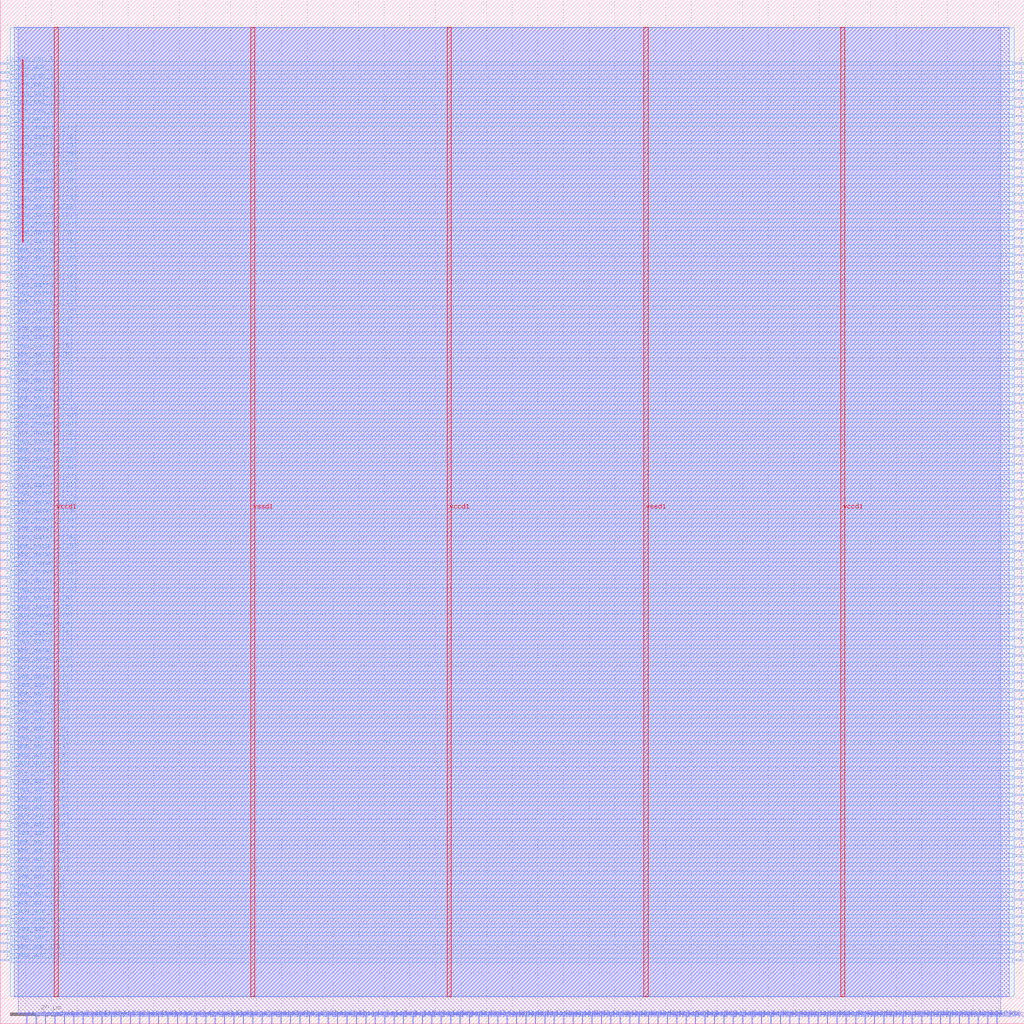
<source format=lef>
VERSION 5.7 ;
  NOWIREEXTENSIONATPIN ON ;
  DIVIDERCHAR "/" ;
  BUSBITCHARS "[]" ;
MACRO wb_mux
  CLASS BLOCK ;
  FOREIGN wb_mux ;
  ORIGIN 0.000 0.000 ;
  SIZE 400.000 BY 400.000 ;
  PIN io_wbs_ack
    DIRECTION OUTPUT TRISTATE ;
    USE SIGNAL ;
    PORT
      LAYER met2 ;
        RECT 385.570 0.000 385.850 4.000 ;
    END
  END io_wbs_ack
  PIN io_wbs_ack_0
    DIRECTION INPUT ;
    USE SIGNAL ;
    PORT
      LAYER met3 ;
        RECT 396.000 371.320 400.000 371.920 ;
    END
  END io_wbs_ack_0
  PIN io_wbs_ack_1
    DIRECTION INPUT ;
    USE SIGNAL ;
    PORT
      LAYER met3 ;
        RECT 0.000 371.320 4.000 371.920 ;
    END
  END io_wbs_ack_1
  PIN io_wbs_adr[0]
    DIRECTION INPUT ;
    USE SIGNAL ;
    PORT
      LAYER met2 ;
        RECT 10.210 0.000 10.490 4.000 ;
    END
  END io_wbs_adr[0]
  PIN io_wbs_adr[10]
    DIRECTION INPUT ;
    USE SIGNAL ;
    PORT
      LAYER met2 ;
        RECT 47.010 0.000 47.290 4.000 ;
    END
  END io_wbs_adr[10]
  PIN io_wbs_adr[11]
    DIRECTION INPUT ;
    USE SIGNAL ;
    PORT
      LAYER met2 ;
        RECT 50.690 0.000 50.970 4.000 ;
    END
  END io_wbs_adr[11]
  PIN io_wbs_adr[12]
    DIRECTION INPUT ;
    USE SIGNAL ;
    PORT
      LAYER met2 ;
        RECT 54.370 0.000 54.650 4.000 ;
    END
  END io_wbs_adr[12]
  PIN io_wbs_adr[13]
    DIRECTION INPUT ;
    USE SIGNAL ;
    PORT
      LAYER met2 ;
        RECT 58.050 0.000 58.330 4.000 ;
    END
  END io_wbs_adr[13]
  PIN io_wbs_adr[14]
    DIRECTION INPUT ;
    USE SIGNAL ;
    PORT
      LAYER met2 ;
        RECT 61.730 0.000 62.010 4.000 ;
    END
  END io_wbs_adr[14]
  PIN io_wbs_adr[15]
    DIRECTION INPUT ;
    USE SIGNAL ;
    PORT
      LAYER met2 ;
        RECT 65.410 0.000 65.690 4.000 ;
    END
  END io_wbs_adr[15]
  PIN io_wbs_adr[16]
    DIRECTION INPUT ;
    USE SIGNAL ;
    PORT
      LAYER met2 ;
        RECT 69.090 0.000 69.370 4.000 ;
    END
  END io_wbs_adr[16]
  PIN io_wbs_adr[17]
    DIRECTION INPUT ;
    USE SIGNAL ;
    PORT
      LAYER met2 ;
        RECT 72.770 0.000 73.050 4.000 ;
    END
  END io_wbs_adr[17]
  PIN io_wbs_adr[18]
    DIRECTION INPUT ;
    USE SIGNAL ;
    PORT
      LAYER met2 ;
        RECT 76.450 0.000 76.730 4.000 ;
    END
  END io_wbs_adr[18]
  PIN io_wbs_adr[19]
    DIRECTION INPUT ;
    USE SIGNAL ;
    PORT
      LAYER met2 ;
        RECT 80.130 0.000 80.410 4.000 ;
    END
  END io_wbs_adr[19]
  PIN io_wbs_adr[1]
    DIRECTION INPUT ;
    USE SIGNAL ;
    PORT
      LAYER met2 ;
        RECT 13.890 0.000 14.170 4.000 ;
    END
  END io_wbs_adr[1]
  PIN io_wbs_adr[20]
    DIRECTION INPUT ;
    USE SIGNAL ;
    PORT
      LAYER met2 ;
        RECT 83.810 0.000 84.090 4.000 ;
    END
  END io_wbs_adr[20]
  PIN io_wbs_adr[21]
    DIRECTION INPUT ;
    USE SIGNAL ;
    PORT
      LAYER met2 ;
        RECT 87.490 0.000 87.770 4.000 ;
    END
  END io_wbs_adr[21]
  PIN io_wbs_adr[22]
    DIRECTION INPUT ;
    USE SIGNAL ;
    PORT
      LAYER met2 ;
        RECT 91.170 0.000 91.450 4.000 ;
    END
  END io_wbs_adr[22]
  PIN io_wbs_adr[23]
    DIRECTION INPUT ;
    USE SIGNAL ;
    PORT
      LAYER met2 ;
        RECT 94.850 0.000 95.130 4.000 ;
    END
  END io_wbs_adr[23]
  PIN io_wbs_adr[24]
    DIRECTION INPUT ;
    USE SIGNAL ;
    PORT
      LAYER met2 ;
        RECT 98.530 0.000 98.810 4.000 ;
    END
  END io_wbs_adr[24]
  PIN io_wbs_adr[25]
    DIRECTION INPUT ;
    USE SIGNAL ;
    PORT
      LAYER met2 ;
        RECT 102.210 0.000 102.490 4.000 ;
    END
  END io_wbs_adr[25]
  PIN io_wbs_adr[26]
    DIRECTION INPUT ;
    USE SIGNAL ;
    PORT
      LAYER met2 ;
        RECT 105.890 0.000 106.170 4.000 ;
    END
  END io_wbs_adr[26]
  PIN io_wbs_adr[27]
    DIRECTION INPUT ;
    USE SIGNAL ;
    PORT
      LAYER met2 ;
        RECT 109.570 0.000 109.850 4.000 ;
    END
  END io_wbs_adr[27]
  PIN io_wbs_adr[28]
    DIRECTION INPUT ;
    USE SIGNAL ;
    PORT
      LAYER met2 ;
        RECT 113.250 0.000 113.530 4.000 ;
    END
  END io_wbs_adr[28]
  PIN io_wbs_adr[29]
    DIRECTION INPUT ;
    USE SIGNAL ;
    PORT
      LAYER met2 ;
        RECT 116.930 0.000 117.210 4.000 ;
    END
  END io_wbs_adr[29]
  PIN io_wbs_adr[2]
    DIRECTION INPUT ;
    USE SIGNAL ;
    PORT
      LAYER met2 ;
        RECT 17.570 0.000 17.850 4.000 ;
    END
  END io_wbs_adr[2]
  PIN io_wbs_adr[30]
    DIRECTION INPUT ;
    USE SIGNAL ;
    PORT
      LAYER met2 ;
        RECT 120.610 0.000 120.890 4.000 ;
    END
  END io_wbs_adr[30]
  PIN io_wbs_adr[31]
    DIRECTION INPUT ;
    USE SIGNAL ;
    PORT
      LAYER met2 ;
        RECT 124.290 0.000 124.570 4.000 ;
    END
  END io_wbs_adr[31]
  PIN io_wbs_adr[3]
    DIRECTION INPUT ;
    USE SIGNAL ;
    PORT
      LAYER met2 ;
        RECT 21.250 0.000 21.530 4.000 ;
    END
  END io_wbs_adr[3]
  PIN io_wbs_adr[4]
    DIRECTION INPUT ;
    USE SIGNAL ;
    PORT
      LAYER met2 ;
        RECT 24.930 0.000 25.210 4.000 ;
    END
  END io_wbs_adr[4]
  PIN io_wbs_adr[5]
    DIRECTION INPUT ;
    USE SIGNAL ;
    PORT
      LAYER met2 ;
        RECT 28.610 0.000 28.890 4.000 ;
    END
  END io_wbs_adr[5]
  PIN io_wbs_adr[6]
    DIRECTION INPUT ;
    USE SIGNAL ;
    PORT
      LAYER met2 ;
        RECT 32.290 0.000 32.570 4.000 ;
    END
  END io_wbs_adr[6]
  PIN io_wbs_adr[7]
    DIRECTION INPUT ;
    USE SIGNAL ;
    PORT
      LAYER met2 ;
        RECT 35.970 0.000 36.250 4.000 ;
    END
  END io_wbs_adr[7]
  PIN io_wbs_adr[8]
    DIRECTION INPUT ;
    USE SIGNAL ;
    PORT
      LAYER met2 ;
        RECT 39.650 0.000 39.930 4.000 ;
    END
  END io_wbs_adr[8]
  PIN io_wbs_adr[9]
    DIRECTION INPUT ;
    USE SIGNAL ;
    PORT
      LAYER met2 ;
        RECT 43.330 0.000 43.610 4.000 ;
    END
  END io_wbs_adr[9]
  PIN io_wbs_adr_0[0]
    DIRECTION OUTPUT TRISTATE ;
    USE SIGNAL ;
    PORT
      LAYER met3 ;
        RECT 396.000 24.520 400.000 25.120 ;
    END
  END io_wbs_adr_0[0]
  PIN io_wbs_adr_0[10]
    DIRECTION OUTPUT TRISTATE ;
    USE SIGNAL ;
    PORT
      LAYER met3 ;
        RECT 396.000 58.520 400.000 59.120 ;
    END
  END io_wbs_adr_0[10]
  PIN io_wbs_adr_0[11]
    DIRECTION OUTPUT TRISTATE ;
    USE SIGNAL ;
    PORT
      LAYER met3 ;
        RECT 396.000 61.920 400.000 62.520 ;
    END
  END io_wbs_adr_0[11]
  PIN io_wbs_adr_0[12]
    DIRECTION OUTPUT TRISTATE ;
    USE SIGNAL ;
    PORT
      LAYER met3 ;
        RECT 396.000 65.320 400.000 65.920 ;
    END
  END io_wbs_adr_0[12]
  PIN io_wbs_adr_0[13]
    DIRECTION OUTPUT TRISTATE ;
    USE SIGNAL ;
    PORT
      LAYER met3 ;
        RECT 396.000 68.720 400.000 69.320 ;
    END
  END io_wbs_adr_0[13]
  PIN io_wbs_adr_0[14]
    DIRECTION OUTPUT TRISTATE ;
    USE SIGNAL ;
    PORT
      LAYER met3 ;
        RECT 396.000 72.120 400.000 72.720 ;
    END
  END io_wbs_adr_0[14]
  PIN io_wbs_adr_0[15]
    DIRECTION OUTPUT TRISTATE ;
    USE SIGNAL ;
    PORT
      LAYER met3 ;
        RECT 396.000 75.520 400.000 76.120 ;
    END
  END io_wbs_adr_0[15]
  PIN io_wbs_adr_0[16]
    DIRECTION OUTPUT TRISTATE ;
    USE SIGNAL ;
    PORT
      LAYER met3 ;
        RECT 396.000 78.920 400.000 79.520 ;
    END
  END io_wbs_adr_0[16]
  PIN io_wbs_adr_0[17]
    DIRECTION OUTPUT TRISTATE ;
    USE SIGNAL ;
    PORT
      LAYER met3 ;
        RECT 396.000 82.320 400.000 82.920 ;
    END
  END io_wbs_adr_0[17]
  PIN io_wbs_adr_0[18]
    DIRECTION OUTPUT TRISTATE ;
    USE SIGNAL ;
    PORT
      LAYER met3 ;
        RECT 396.000 85.720 400.000 86.320 ;
    END
  END io_wbs_adr_0[18]
  PIN io_wbs_adr_0[19]
    DIRECTION OUTPUT TRISTATE ;
    USE SIGNAL ;
    PORT
      LAYER met3 ;
        RECT 396.000 89.120 400.000 89.720 ;
    END
  END io_wbs_adr_0[19]
  PIN io_wbs_adr_0[1]
    DIRECTION OUTPUT TRISTATE ;
    USE SIGNAL ;
    PORT
      LAYER met3 ;
        RECT 396.000 27.920 400.000 28.520 ;
    END
  END io_wbs_adr_0[1]
  PIN io_wbs_adr_0[20]
    DIRECTION OUTPUT TRISTATE ;
    USE SIGNAL ;
    PORT
      LAYER met3 ;
        RECT 396.000 92.520 400.000 93.120 ;
    END
  END io_wbs_adr_0[20]
  PIN io_wbs_adr_0[21]
    DIRECTION OUTPUT TRISTATE ;
    USE SIGNAL ;
    PORT
      LAYER met3 ;
        RECT 396.000 95.920 400.000 96.520 ;
    END
  END io_wbs_adr_0[21]
  PIN io_wbs_adr_0[22]
    DIRECTION OUTPUT TRISTATE ;
    USE SIGNAL ;
    PORT
      LAYER met3 ;
        RECT 396.000 99.320 400.000 99.920 ;
    END
  END io_wbs_adr_0[22]
  PIN io_wbs_adr_0[23]
    DIRECTION OUTPUT TRISTATE ;
    USE SIGNAL ;
    PORT
      LAYER met3 ;
        RECT 396.000 102.720 400.000 103.320 ;
    END
  END io_wbs_adr_0[23]
  PIN io_wbs_adr_0[24]
    DIRECTION OUTPUT TRISTATE ;
    USE SIGNAL ;
    PORT
      LAYER met3 ;
        RECT 396.000 106.120 400.000 106.720 ;
    END
  END io_wbs_adr_0[24]
  PIN io_wbs_adr_0[25]
    DIRECTION OUTPUT TRISTATE ;
    USE SIGNAL ;
    PORT
      LAYER met3 ;
        RECT 396.000 109.520 400.000 110.120 ;
    END
  END io_wbs_adr_0[25]
  PIN io_wbs_adr_0[26]
    DIRECTION OUTPUT TRISTATE ;
    USE SIGNAL ;
    PORT
      LAYER met3 ;
        RECT 396.000 112.920 400.000 113.520 ;
    END
  END io_wbs_adr_0[26]
  PIN io_wbs_adr_0[27]
    DIRECTION OUTPUT TRISTATE ;
    USE SIGNAL ;
    PORT
      LAYER met3 ;
        RECT 396.000 116.320 400.000 116.920 ;
    END
  END io_wbs_adr_0[27]
  PIN io_wbs_adr_0[28]
    DIRECTION OUTPUT TRISTATE ;
    USE SIGNAL ;
    PORT
      LAYER met3 ;
        RECT 396.000 119.720 400.000 120.320 ;
    END
  END io_wbs_adr_0[28]
  PIN io_wbs_adr_0[29]
    DIRECTION OUTPUT TRISTATE ;
    USE SIGNAL ;
    PORT
      LAYER met3 ;
        RECT 396.000 123.120 400.000 123.720 ;
    END
  END io_wbs_adr_0[29]
  PIN io_wbs_adr_0[2]
    DIRECTION OUTPUT TRISTATE ;
    USE SIGNAL ;
    PORT
      LAYER met3 ;
        RECT 396.000 31.320 400.000 31.920 ;
    END
  END io_wbs_adr_0[2]
  PIN io_wbs_adr_0[30]
    DIRECTION OUTPUT TRISTATE ;
    USE SIGNAL ;
    PORT
      LAYER met3 ;
        RECT 396.000 126.520 400.000 127.120 ;
    END
  END io_wbs_adr_0[30]
  PIN io_wbs_adr_0[31]
    DIRECTION OUTPUT TRISTATE ;
    USE SIGNAL ;
    PORT
      LAYER met3 ;
        RECT 396.000 129.920 400.000 130.520 ;
    END
  END io_wbs_adr_0[31]
  PIN io_wbs_adr_0[3]
    DIRECTION OUTPUT TRISTATE ;
    USE SIGNAL ;
    PORT
      LAYER met3 ;
        RECT 396.000 34.720 400.000 35.320 ;
    END
  END io_wbs_adr_0[3]
  PIN io_wbs_adr_0[4]
    DIRECTION OUTPUT TRISTATE ;
    USE SIGNAL ;
    PORT
      LAYER met3 ;
        RECT 396.000 38.120 400.000 38.720 ;
    END
  END io_wbs_adr_0[4]
  PIN io_wbs_adr_0[5]
    DIRECTION OUTPUT TRISTATE ;
    USE SIGNAL ;
    PORT
      LAYER met3 ;
        RECT 396.000 41.520 400.000 42.120 ;
    END
  END io_wbs_adr_0[5]
  PIN io_wbs_adr_0[6]
    DIRECTION OUTPUT TRISTATE ;
    USE SIGNAL ;
    PORT
      LAYER met3 ;
        RECT 396.000 44.920 400.000 45.520 ;
    END
  END io_wbs_adr_0[6]
  PIN io_wbs_adr_0[7]
    DIRECTION OUTPUT TRISTATE ;
    USE SIGNAL ;
    PORT
      LAYER met3 ;
        RECT 396.000 48.320 400.000 48.920 ;
    END
  END io_wbs_adr_0[7]
  PIN io_wbs_adr_0[8]
    DIRECTION OUTPUT TRISTATE ;
    USE SIGNAL ;
    PORT
      LAYER met3 ;
        RECT 396.000 51.720 400.000 52.320 ;
    END
  END io_wbs_adr_0[8]
  PIN io_wbs_adr_0[9]
    DIRECTION OUTPUT TRISTATE ;
    USE SIGNAL ;
    PORT
      LAYER met3 ;
        RECT 396.000 55.120 400.000 55.720 ;
    END
  END io_wbs_adr_0[9]
  PIN io_wbs_adr_1[0]
    DIRECTION OUTPUT TRISTATE ;
    USE SIGNAL ;
    PORT
      LAYER met3 ;
        RECT 0.000 24.520 4.000 25.120 ;
    END
  END io_wbs_adr_1[0]
  PIN io_wbs_adr_1[10]
    DIRECTION OUTPUT TRISTATE ;
    USE SIGNAL ;
    PORT
      LAYER met3 ;
        RECT 0.000 58.520 4.000 59.120 ;
    END
  END io_wbs_adr_1[10]
  PIN io_wbs_adr_1[11]
    DIRECTION OUTPUT TRISTATE ;
    USE SIGNAL ;
    PORT
      LAYER met3 ;
        RECT 0.000 61.920 4.000 62.520 ;
    END
  END io_wbs_adr_1[11]
  PIN io_wbs_adr_1[12]
    DIRECTION OUTPUT TRISTATE ;
    USE SIGNAL ;
    PORT
      LAYER met3 ;
        RECT 0.000 65.320 4.000 65.920 ;
    END
  END io_wbs_adr_1[12]
  PIN io_wbs_adr_1[13]
    DIRECTION OUTPUT TRISTATE ;
    USE SIGNAL ;
    PORT
      LAYER met3 ;
        RECT 0.000 68.720 4.000 69.320 ;
    END
  END io_wbs_adr_1[13]
  PIN io_wbs_adr_1[14]
    DIRECTION OUTPUT TRISTATE ;
    USE SIGNAL ;
    PORT
      LAYER met3 ;
        RECT 0.000 72.120 4.000 72.720 ;
    END
  END io_wbs_adr_1[14]
  PIN io_wbs_adr_1[15]
    DIRECTION OUTPUT TRISTATE ;
    USE SIGNAL ;
    PORT
      LAYER met3 ;
        RECT 0.000 75.520 4.000 76.120 ;
    END
  END io_wbs_adr_1[15]
  PIN io_wbs_adr_1[16]
    DIRECTION OUTPUT TRISTATE ;
    USE SIGNAL ;
    PORT
      LAYER met3 ;
        RECT 0.000 78.920 4.000 79.520 ;
    END
  END io_wbs_adr_1[16]
  PIN io_wbs_adr_1[17]
    DIRECTION OUTPUT TRISTATE ;
    USE SIGNAL ;
    PORT
      LAYER met3 ;
        RECT 0.000 82.320 4.000 82.920 ;
    END
  END io_wbs_adr_1[17]
  PIN io_wbs_adr_1[18]
    DIRECTION OUTPUT TRISTATE ;
    USE SIGNAL ;
    PORT
      LAYER met3 ;
        RECT 0.000 85.720 4.000 86.320 ;
    END
  END io_wbs_adr_1[18]
  PIN io_wbs_adr_1[19]
    DIRECTION OUTPUT TRISTATE ;
    USE SIGNAL ;
    PORT
      LAYER met3 ;
        RECT 0.000 89.120 4.000 89.720 ;
    END
  END io_wbs_adr_1[19]
  PIN io_wbs_adr_1[1]
    DIRECTION OUTPUT TRISTATE ;
    USE SIGNAL ;
    PORT
      LAYER met3 ;
        RECT 0.000 27.920 4.000 28.520 ;
    END
  END io_wbs_adr_1[1]
  PIN io_wbs_adr_1[20]
    DIRECTION OUTPUT TRISTATE ;
    USE SIGNAL ;
    PORT
      LAYER met3 ;
        RECT 0.000 92.520 4.000 93.120 ;
    END
  END io_wbs_adr_1[20]
  PIN io_wbs_adr_1[21]
    DIRECTION OUTPUT TRISTATE ;
    USE SIGNAL ;
    PORT
      LAYER met3 ;
        RECT 0.000 95.920 4.000 96.520 ;
    END
  END io_wbs_adr_1[21]
  PIN io_wbs_adr_1[22]
    DIRECTION OUTPUT TRISTATE ;
    USE SIGNAL ;
    PORT
      LAYER met3 ;
        RECT 0.000 99.320 4.000 99.920 ;
    END
  END io_wbs_adr_1[22]
  PIN io_wbs_adr_1[23]
    DIRECTION OUTPUT TRISTATE ;
    USE SIGNAL ;
    PORT
      LAYER met3 ;
        RECT 0.000 102.720 4.000 103.320 ;
    END
  END io_wbs_adr_1[23]
  PIN io_wbs_adr_1[24]
    DIRECTION OUTPUT TRISTATE ;
    USE SIGNAL ;
    PORT
      LAYER met3 ;
        RECT 0.000 106.120 4.000 106.720 ;
    END
  END io_wbs_adr_1[24]
  PIN io_wbs_adr_1[25]
    DIRECTION OUTPUT TRISTATE ;
    USE SIGNAL ;
    PORT
      LAYER met3 ;
        RECT 0.000 109.520 4.000 110.120 ;
    END
  END io_wbs_adr_1[25]
  PIN io_wbs_adr_1[26]
    DIRECTION OUTPUT TRISTATE ;
    USE SIGNAL ;
    PORT
      LAYER met3 ;
        RECT 0.000 112.920 4.000 113.520 ;
    END
  END io_wbs_adr_1[26]
  PIN io_wbs_adr_1[27]
    DIRECTION OUTPUT TRISTATE ;
    USE SIGNAL ;
    PORT
      LAYER met3 ;
        RECT 0.000 116.320 4.000 116.920 ;
    END
  END io_wbs_adr_1[27]
  PIN io_wbs_adr_1[28]
    DIRECTION OUTPUT TRISTATE ;
    USE SIGNAL ;
    PORT
      LAYER met3 ;
        RECT 0.000 119.720 4.000 120.320 ;
    END
  END io_wbs_adr_1[28]
  PIN io_wbs_adr_1[29]
    DIRECTION OUTPUT TRISTATE ;
    USE SIGNAL ;
    PORT
      LAYER met3 ;
        RECT 0.000 123.120 4.000 123.720 ;
    END
  END io_wbs_adr_1[29]
  PIN io_wbs_adr_1[2]
    DIRECTION OUTPUT TRISTATE ;
    USE SIGNAL ;
    PORT
      LAYER met3 ;
        RECT 0.000 31.320 4.000 31.920 ;
    END
  END io_wbs_adr_1[2]
  PIN io_wbs_adr_1[30]
    DIRECTION OUTPUT TRISTATE ;
    USE SIGNAL ;
    PORT
      LAYER met3 ;
        RECT 0.000 126.520 4.000 127.120 ;
    END
  END io_wbs_adr_1[30]
  PIN io_wbs_adr_1[31]
    DIRECTION OUTPUT TRISTATE ;
    USE SIGNAL ;
    PORT
      LAYER met3 ;
        RECT 0.000 129.920 4.000 130.520 ;
    END
  END io_wbs_adr_1[31]
  PIN io_wbs_adr_1[3]
    DIRECTION OUTPUT TRISTATE ;
    USE SIGNAL ;
    PORT
      LAYER met3 ;
        RECT 0.000 34.720 4.000 35.320 ;
    END
  END io_wbs_adr_1[3]
  PIN io_wbs_adr_1[4]
    DIRECTION OUTPUT TRISTATE ;
    USE SIGNAL ;
    PORT
      LAYER met3 ;
        RECT 0.000 38.120 4.000 38.720 ;
    END
  END io_wbs_adr_1[4]
  PIN io_wbs_adr_1[5]
    DIRECTION OUTPUT TRISTATE ;
    USE SIGNAL ;
    PORT
      LAYER met3 ;
        RECT 0.000 41.520 4.000 42.120 ;
    END
  END io_wbs_adr_1[5]
  PIN io_wbs_adr_1[6]
    DIRECTION OUTPUT TRISTATE ;
    USE SIGNAL ;
    PORT
      LAYER met3 ;
        RECT 0.000 44.920 4.000 45.520 ;
    END
  END io_wbs_adr_1[6]
  PIN io_wbs_adr_1[7]
    DIRECTION OUTPUT TRISTATE ;
    USE SIGNAL ;
    PORT
      LAYER met3 ;
        RECT 0.000 48.320 4.000 48.920 ;
    END
  END io_wbs_adr_1[7]
  PIN io_wbs_adr_1[8]
    DIRECTION OUTPUT TRISTATE ;
    USE SIGNAL ;
    PORT
      LAYER met3 ;
        RECT 0.000 51.720 4.000 52.320 ;
    END
  END io_wbs_adr_1[8]
  PIN io_wbs_adr_1[9]
    DIRECTION OUTPUT TRISTATE ;
    USE SIGNAL ;
    PORT
      LAYER met3 ;
        RECT 0.000 55.120 4.000 55.720 ;
    END
  END io_wbs_adr_1[9]
  PIN io_wbs_cyc
    DIRECTION INPUT ;
    USE SIGNAL ;
    PORT
      LAYER met2 ;
        RECT 389.250 0.000 389.530 4.000 ;
    END
  END io_wbs_cyc
  PIN io_wbs_cyc_0
    DIRECTION OUTPUT TRISTATE ;
    USE SIGNAL ;
    PORT
      LAYER met3 ;
        RECT 396.000 374.720 400.000 375.320 ;
    END
  END io_wbs_cyc_0
  PIN io_wbs_cyc_1
    DIRECTION OUTPUT TRISTATE ;
    USE SIGNAL ;
    PORT
      LAYER met3 ;
        RECT 0.000 374.720 4.000 375.320 ;
    END
  END io_wbs_cyc_1
  PIN io_wbs_datrd[0]
    DIRECTION OUTPUT TRISTATE ;
    USE SIGNAL ;
    PORT
      LAYER met2 ;
        RECT 245.730 0.000 246.010 4.000 ;
    END
  END io_wbs_datrd[0]
  PIN io_wbs_datrd[10]
    DIRECTION OUTPUT TRISTATE ;
    USE SIGNAL ;
    PORT
      LAYER met2 ;
        RECT 282.530 0.000 282.810 4.000 ;
    END
  END io_wbs_datrd[10]
  PIN io_wbs_datrd[11]
    DIRECTION OUTPUT TRISTATE ;
    USE SIGNAL ;
    PORT
      LAYER met2 ;
        RECT 286.210 0.000 286.490 4.000 ;
    END
  END io_wbs_datrd[11]
  PIN io_wbs_datrd[12]
    DIRECTION OUTPUT TRISTATE ;
    USE SIGNAL ;
    PORT
      LAYER met2 ;
        RECT 289.890 0.000 290.170 4.000 ;
    END
  END io_wbs_datrd[12]
  PIN io_wbs_datrd[13]
    DIRECTION OUTPUT TRISTATE ;
    USE SIGNAL ;
    PORT
      LAYER met2 ;
        RECT 293.570 0.000 293.850 4.000 ;
    END
  END io_wbs_datrd[13]
  PIN io_wbs_datrd[14]
    DIRECTION OUTPUT TRISTATE ;
    USE SIGNAL ;
    PORT
      LAYER met2 ;
        RECT 297.250 0.000 297.530 4.000 ;
    END
  END io_wbs_datrd[14]
  PIN io_wbs_datrd[15]
    DIRECTION OUTPUT TRISTATE ;
    USE SIGNAL ;
    PORT
      LAYER met2 ;
        RECT 300.930 0.000 301.210 4.000 ;
    END
  END io_wbs_datrd[15]
  PIN io_wbs_datrd[16]
    DIRECTION OUTPUT TRISTATE ;
    USE SIGNAL ;
    PORT
      LAYER met2 ;
        RECT 304.610 0.000 304.890 4.000 ;
    END
  END io_wbs_datrd[16]
  PIN io_wbs_datrd[17]
    DIRECTION OUTPUT TRISTATE ;
    USE SIGNAL ;
    PORT
      LAYER met2 ;
        RECT 308.290 0.000 308.570 4.000 ;
    END
  END io_wbs_datrd[17]
  PIN io_wbs_datrd[18]
    DIRECTION OUTPUT TRISTATE ;
    USE SIGNAL ;
    PORT
      LAYER met2 ;
        RECT 311.970 0.000 312.250 4.000 ;
    END
  END io_wbs_datrd[18]
  PIN io_wbs_datrd[19]
    DIRECTION OUTPUT TRISTATE ;
    USE SIGNAL ;
    PORT
      LAYER met2 ;
        RECT 315.650 0.000 315.930 4.000 ;
    END
  END io_wbs_datrd[19]
  PIN io_wbs_datrd[1]
    DIRECTION OUTPUT TRISTATE ;
    USE SIGNAL ;
    PORT
      LAYER met2 ;
        RECT 249.410 0.000 249.690 4.000 ;
    END
  END io_wbs_datrd[1]
  PIN io_wbs_datrd[20]
    DIRECTION OUTPUT TRISTATE ;
    USE SIGNAL ;
    PORT
      LAYER met2 ;
        RECT 319.330 0.000 319.610 4.000 ;
    END
  END io_wbs_datrd[20]
  PIN io_wbs_datrd[21]
    DIRECTION OUTPUT TRISTATE ;
    USE SIGNAL ;
    PORT
      LAYER met2 ;
        RECT 323.010 0.000 323.290 4.000 ;
    END
  END io_wbs_datrd[21]
  PIN io_wbs_datrd[22]
    DIRECTION OUTPUT TRISTATE ;
    USE SIGNAL ;
    PORT
      LAYER met2 ;
        RECT 326.690 0.000 326.970 4.000 ;
    END
  END io_wbs_datrd[22]
  PIN io_wbs_datrd[23]
    DIRECTION OUTPUT TRISTATE ;
    USE SIGNAL ;
    PORT
      LAYER met2 ;
        RECT 330.370 0.000 330.650 4.000 ;
    END
  END io_wbs_datrd[23]
  PIN io_wbs_datrd[24]
    DIRECTION OUTPUT TRISTATE ;
    USE SIGNAL ;
    PORT
      LAYER met2 ;
        RECT 334.050 0.000 334.330 4.000 ;
    END
  END io_wbs_datrd[24]
  PIN io_wbs_datrd[25]
    DIRECTION OUTPUT TRISTATE ;
    USE SIGNAL ;
    PORT
      LAYER met2 ;
        RECT 337.730 0.000 338.010 4.000 ;
    END
  END io_wbs_datrd[25]
  PIN io_wbs_datrd[26]
    DIRECTION OUTPUT TRISTATE ;
    USE SIGNAL ;
    PORT
      LAYER met2 ;
        RECT 341.410 0.000 341.690 4.000 ;
    END
  END io_wbs_datrd[26]
  PIN io_wbs_datrd[27]
    DIRECTION OUTPUT TRISTATE ;
    USE SIGNAL ;
    PORT
      LAYER met2 ;
        RECT 345.090 0.000 345.370 4.000 ;
    END
  END io_wbs_datrd[27]
  PIN io_wbs_datrd[28]
    DIRECTION OUTPUT TRISTATE ;
    USE SIGNAL ;
    PORT
      LAYER met2 ;
        RECT 348.770 0.000 349.050 4.000 ;
    END
  END io_wbs_datrd[28]
  PIN io_wbs_datrd[29]
    DIRECTION OUTPUT TRISTATE ;
    USE SIGNAL ;
    PORT
      LAYER met2 ;
        RECT 352.450 0.000 352.730 4.000 ;
    END
  END io_wbs_datrd[29]
  PIN io_wbs_datrd[2]
    DIRECTION OUTPUT TRISTATE ;
    USE SIGNAL ;
    PORT
      LAYER met2 ;
        RECT 253.090 0.000 253.370 4.000 ;
    END
  END io_wbs_datrd[2]
  PIN io_wbs_datrd[30]
    DIRECTION OUTPUT TRISTATE ;
    USE SIGNAL ;
    PORT
      LAYER met2 ;
        RECT 356.130 0.000 356.410 4.000 ;
    END
  END io_wbs_datrd[30]
  PIN io_wbs_datrd[31]
    DIRECTION OUTPUT TRISTATE ;
    USE SIGNAL ;
    PORT
      LAYER met2 ;
        RECT 359.810 0.000 360.090 4.000 ;
    END
  END io_wbs_datrd[31]
  PIN io_wbs_datrd[3]
    DIRECTION OUTPUT TRISTATE ;
    USE SIGNAL ;
    PORT
      LAYER met2 ;
        RECT 256.770 0.000 257.050 4.000 ;
    END
  END io_wbs_datrd[3]
  PIN io_wbs_datrd[4]
    DIRECTION OUTPUT TRISTATE ;
    USE SIGNAL ;
    PORT
      LAYER met2 ;
        RECT 260.450 0.000 260.730 4.000 ;
    END
  END io_wbs_datrd[4]
  PIN io_wbs_datrd[5]
    DIRECTION OUTPUT TRISTATE ;
    USE SIGNAL ;
    PORT
      LAYER met2 ;
        RECT 264.130 0.000 264.410 4.000 ;
    END
  END io_wbs_datrd[5]
  PIN io_wbs_datrd[6]
    DIRECTION OUTPUT TRISTATE ;
    USE SIGNAL ;
    PORT
      LAYER met2 ;
        RECT 267.810 0.000 268.090 4.000 ;
    END
  END io_wbs_datrd[6]
  PIN io_wbs_datrd[7]
    DIRECTION OUTPUT TRISTATE ;
    USE SIGNAL ;
    PORT
      LAYER met2 ;
        RECT 271.490 0.000 271.770 4.000 ;
    END
  END io_wbs_datrd[7]
  PIN io_wbs_datrd[8]
    DIRECTION OUTPUT TRISTATE ;
    USE SIGNAL ;
    PORT
      LAYER met2 ;
        RECT 275.170 0.000 275.450 4.000 ;
    END
  END io_wbs_datrd[8]
  PIN io_wbs_datrd[9]
    DIRECTION OUTPUT TRISTATE ;
    USE SIGNAL ;
    PORT
      LAYER met2 ;
        RECT 278.850 0.000 279.130 4.000 ;
    END
  END io_wbs_datrd[9]
  PIN io_wbs_datrd_0[0]
    DIRECTION INPUT ;
    USE SIGNAL ;
    PORT
      LAYER met3 ;
        RECT 396.000 242.120 400.000 242.720 ;
    END
  END io_wbs_datrd_0[0]
  PIN io_wbs_datrd_0[10]
    DIRECTION INPUT ;
    USE SIGNAL ;
    PORT
      LAYER met3 ;
        RECT 396.000 276.120 400.000 276.720 ;
    END
  END io_wbs_datrd_0[10]
  PIN io_wbs_datrd_0[11]
    DIRECTION INPUT ;
    USE SIGNAL ;
    PORT
      LAYER met3 ;
        RECT 396.000 279.520 400.000 280.120 ;
    END
  END io_wbs_datrd_0[11]
  PIN io_wbs_datrd_0[12]
    DIRECTION INPUT ;
    USE SIGNAL ;
    PORT
      LAYER met3 ;
        RECT 396.000 282.920 400.000 283.520 ;
    END
  END io_wbs_datrd_0[12]
  PIN io_wbs_datrd_0[13]
    DIRECTION INPUT ;
    USE SIGNAL ;
    PORT
      LAYER met3 ;
        RECT 396.000 286.320 400.000 286.920 ;
    END
  END io_wbs_datrd_0[13]
  PIN io_wbs_datrd_0[14]
    DIRECTION INPUT ;
    USE SIGNAL ;
    PORT
      LAYER met3 ;
        RECT 396.000 289.720 400.000 290.320 ;
    END
  END io_wbs_datrd_0[14]
  PIN io_wbs_datrd_0[15]
    DIRECTION INPUT ;
    USE SIGNAL ;
    PORT
      LAYER met3 ;
        RECT 396.000 293.120 400.000 293.720 ;
    END
  END io_wbs_datrd_0[15]
  PIN io_wbs_datrd_0[16]
    DIRECTION INPUT ;
    USE SIGNAL ;
    PORT
      LAYER met3 ;
        RECT 396.000 296.520 400.000 297.120 ;
    END
  END io_wbs_datrd_0[16]
  PIN io_wbs_datrd_0[17]
    DIRECTION INPUT ;
    USE SIGNAL ;
    PORT
      LAYER met3 ;
        RECT 396.000 299.920 400.000 300.520 ;
    END
  END io_wbs_datrd_0[17]
  PIN io_wbs_datrd_0[18]
    DIRECTION INPUT ;
    USE SIGNAL ;
    PORT
      LAYER met3 ;
        RECT 396.000 303.320 400.000 303.920 ;
    END
  END io_wbs_datrd_0[18]
  PIN io_wbs_datrd_0[19]
    DIRECTION INPUT ;
    USE SIGNAL ;
    PORT
      LAYER met3 ;
        RECT 396.000 306.720 400.000 307.320 ;
    END
  END io_wbs_datrd_0[19]
  PIN io_wbs_datrd_0[1]
    DIRECTION INPUT ;
    USE SIGNAL ;
    PORT
      LAYER met3 ;
        RECT 396.000 245.520 400.000 246.120 ;
    END
  END io_wbs_datrd_0[1]
  PIN io_wbs_datrd_0[20]
    DIRECTION INPUT ;
    USE SIGNAL ;
    PORT
      LAYER met3 ;
        RECT 396.000 310.120 400.000 310.720 ;
    END
  END io_wbs_datrd_0[20]
  PIN io_wbs_datrd_0[21]
    DIRECTION INPUT ;
    USE SIGNAL ;
    PORT
      LAYER met3 ;
        RECT 396.000 313.520 400.000 314.120 ;
    END
  END io_wbs_datrd_0[21]
  PIN io_wbs_datrd_0[22]
    DIRECTION INPUT ;
    USE SIGNAL ;
    PORT
      LAYER met3 ;
        RECT 396.000 316.920 400.000 317.520 ;
    END
  END io_wbs_datrd_0[22]
  PIN io_wbs_datrd_0[23]
    DIRECTION INPUT ;
    USE SIGNAL ;
    PORT
      LAYER met3 ;
        RECT 396.000 320.320 400.000 320.920 ;
    END
  END io_wbs_datrd_0[23]
  PIN io_wbs_datrd_0[24]
    DIRECTION INPUT ;
    USE SIGNAL ;
    PORT
      LAYER met3 ;
        RECT 396.000 323.720 400.000 324.320 ;
    END
  END io_wbs_datrd_0[24]
  PIN io_wbs_datrd_0[25]
    DIRECTION INPUT ;
    USE SIGNAL ;
    PORT
      LAYER met3 ;
        RECT 396.000 327.120 400.000 327.720 ;
    END
  END io_wbs_datrd_0[25]
  PIN io_wbs_datrd_0[26]
    DIRECTION INPUT ;
    USE SIGNAL ;
    PORT
      LAYER met3 ;
        RECT 396.000 330.520 400.000 331.120 ;
    END
  END io_wbs_datrd_0[26]
  PIN io_wbs_datrd_0[27]
    DIRECTION INPUT ;
    USE SIGNAL ;
    PORT
      LAYER met3 ;
        RECT 396.000 333.920 400.000 334.520 ;
    END
  END io_wbs_datrd_0[27]
  PIN io_wbs_datrd_0[28]
    DIRECTION INPUT ;
    USE SIGNAL ;
    PORT
      LAYER met3 ;
        RECT 396.000 337.320 400.000 337.920 ;
    END
  END io_wbs_datrd_0[28]
  PIN io_wbs_datrd_0[29]
    DIRECTION INPUT ;
    USE SIGNAL ;
    PORT
      LAYER met3 ;
        RECT 396.000 340.720 400.000 341.320 ;
    END
  END io_wbs_datrd_0[29]
  PIN io_wbs_datrd_0[2]
    DIRECTION INPUT ;
    USE SIGNAL ;
    PORT
      LAYER met3 ;
        RECT 396.000 248.920 400.000 249.520 ;
    END
  END io_wbs_datrd_0[2]
  PIN io_wbs_datrd_0[30]
    DIRECTION INPUT ;
    USE SIGNAL ;
    PORT
      LAYER met3 ;
        RECT 396.000 344.120 400.000 344.720 ;
    END
  END io_wbs_datrd_0[30]
  PIN io_wbs_datrd_0[31]
    DIRECTION INPUT ;
    USE SIGNAL ;
    PORT
      LAYER met3 ;
        RECT 396.000 347.520 400.000 348.120 ;
    END
  END io_wbs_datrd_0[31]
  PIN io_wbs_datrd_0[3]
    DIRECTION INPUT ;
    USE SIGNAL ;
    PORT
      LAYER met3 ;
        RECT 396.000 252.320 400.000 252.920 ;
    END
  END io_wbs_datrd_0[3]
  PIN io_wbs_datrd_0[4]
    DIRECTION INPUT ;
    USE SIGNAL ;
    PORT
      LAYER met3 ;
        RECT 396.000 255.720 400.000 256.320 ;
    END
  END io_wbs_datrd_0[4]
  PIN io_wbs_datrd_0[5]
    DIRECTION INPUT ;
    USE SIGNAL ;
    PORT
      LAYER met3 ;
        RECT 396.000 259.120 400.000 259.720 ;
    END
  END io_wbs_datrd_0[5]
  PIN io_wbs_datrd_0[6]
    DIRECTION INPUT ;
    USE SIGNAL ;
    PORT
      LAYER met3 ;
        RECT 396.000 262.520 400.000 263.120 ;
    END
  END io_wbs_datrd_0[6]
  PIN io_wbs_datrd_0[7]
    DIRECTION INPUT ;
    USE SIGNAL ;
    PORT
      LAYER met3 ;
        RECT 396.000 265.920 400.000 266.520 ;
    END
  END io_wbs_datrd_0[7]
  PIN io_wbs_datrd_0[8]
    DIRECTION INPUT ;
    USE SIGNAL ;
    PORT
      LAYER met3 ;
        RECT 396.000 269.320 400.000 269.920 ;
    END
  END io_wbs_datrd_0[8]
  PIN io_wbs_datrd_0[9]
    DIRECTION INPUT ;
    USE SIGNAL ;
    PORT
      LAYER met3 ;
        RECT 396.000 272.720 400.000 273.320 ;
    END
  END io_wbs_datrd_0[9]
  PIN io_wbs_datrd_1[0]
    DIRECTION INPUT ;
    USE SIGNAL ;
    PORT
      LAYER met3 ;
        RECT 0.000 242.120 4.000 242.720 ;
    END
  END io_wbs_datrd_1[0]
  PIN io_wbs_datrd_1[10]
    DIRECTION INPUT ;
    USE SIGNAL ;
    PORT
      LAYER met3 ;
        RECT 0.000 276.120 4.000 276.720 ;
    END
  END io_wbs_datrd_1[10]
  PIN io_wbs_datrd_1[11]
    DIRECTION INPUT ;
    USE SIGNAL ;
    PORT
      LAYER met3 ;
        RECT 0.000 279.520 4.000 280.120 ;
    END
  END io_wbs_datrd_1[11]
  PIN io_wbs_datrd_1[12]
    DIRECTION INPUT ;
    USE SIGNAL ;
    PORT
      LAYER met3 ;
        RECT 0.000 282.920 4.000 283.520 ;
    END
  END io_wbs_datrd_1[12]
  PIN io_wbs_datrd_1[13]
    DIRECTION INPUT ;
    USE SIGNAL ;
    PORT
      LAYER met3 ;
        RECT 0.000 286.320 4.000 286.920 ;
    END
  END io_wbs_datrd_1[13]
  PIN io_wbs_datrd_1[14]
    DIRECTION INPUT ;
    USE SIGNAL ;
    PORT
      LAYER met3 ;
        RECT 0.000 289.720 4.000 290.320 ;
    END
  END io_wbs_datrd_1[14]
  PIN io_wbs_datrd_1[15]
    DIRECTION INPUT ;
    USE SIGNAL ;
    PORT
      LAYER met3 ;
        RECT 0.000 293.120 4.000 293.720 ;
    END
  END io_wbs_datrd_1[15]
  PIN io_wbs_datrd_1[16]
    DIRECTION INPUT ;
    USE SIGNAL ;
    PORT
      LAYER met3 ;
        RECT 0.000 296.520 4.000 297.120 ;
    END
  END io_wbs_datrd_1[16]
  PIN io_wbs_datrd_1[17]
    DIRECTION INPUT ;
    USE SIGNAL ;
    PORT
      LAYER met3 ;
        RECT 0.000 299.920 4.000 300.520 ;
    END
  END io_wbs_datrd_1[17]
  PIN io_wbs_datrd_1[18]
    DIRECTION INPUT ;
    USE SIGNAL ;
    PORT
      LAYER met3 ;
        RECT 0.000 303.320 4.000 303.920 ;
    END
  END io_wbs_datrd_1[18]
  PIN io_wbs_datrd_1[19]
    DIRECTION INPUT ;
    USE SIGNAL ;
    PORT
      LAYER met3 ;
        RECT 0.000 306.720 4.000 307.320 ;
    END
  END io_wbs_datrd_1[19]
  PIN io_wbs_datrd_1[1]
    DIRECTION INPUT ;
    USE SIGNAL ;
    PORT
      LAYER met3 ;
        RECT 0.000 245.520 4.000 246.120 ;
    END
  END io_wbs_datrd_1[1]
  PIN io_wbs_datrd_1[20]
    DIRECTION INPUT ;
    USE SIGNAL ;
    PORT
      LAYER met3 ;
        RECT 0.000 310.120 4.000 310.720 ;
    END
  END io_wbs_datrd_1[20]
  PIN io_wbs_datrd_1[21]
    DIRECTION INPUT ;
    USE SIGNAL ;
    PORT
      LAYER met3 ;
        RECT 0.000 313.520 4.000 314.120 ;
    END
  END io_wbs_datrd_1[21]
  PIN io_wbs_datrd_1[22]
    DIRECTION INPUT ;
    USE SIGNAL ;
    PORT
      LAYER met3 ;
        RECT 0.000 316.920 4.000 317.520 ;
    END
  END io_wbs_datrd_1[22]
  PIN io_wbs_datrd_1[23]
    DIRECTION INPUT ;
    USE SIGNAL ;
    PORT
      LAYER met3 ;
        RECT 0.000 320.320 4.000 320.920 ;
    END
  END io_wbs_datrd_1[23]
  PIN io_wbs_datrd_1[24]
    DIRECTION INPUT ;
    USE SIGNAL ;
    PORT
      LAYER met3 ;
        RECT 0.000 323.720 4.000 324.320 ;
    END
  END io_wbs_datrd_1[24]
  PIN io_wbs_datrd_1[25]
    DIRECTION INPUT ;
    USE SIGNAL ;
    PORT
      LAYER met3 ;
        RECT 0.000 327.120 4.000 327.720 ;
    END
  END io_wbs_datrd_1[25]
  PIN io_wbs_datrd_1[26]
    DIRECTION INPUT ;
    USE SIGNAL ;
    PORT
      LAYER met3 ;
        RECT 0.000 330.520 4.000 331.120 ;
    END
  END io_wbs_datrd_1[26]
  PIN io_wbs_datrd_1[27]
    DIRECTION INPUT ;
    USE SIGNAL ;
    PORT
      LAYER met3 ;
        RECT 0.000 333.920 4.000 334.520 ;
    END
  END io_wbs_datrd_1[27]
  PIN io_wbs_datrd_1[28]
    DIRECTION INPUT ;
    USE SIGNAL ;
    PORT
      LAYER met3 ;
        RECT 0.000 337.320 4.000 337.920 ;
    END
  END io_wbs_datrd_1[28]
  PIN io_wbs_datrd_1[29]
    DIRECTION INPUT ;
    USE SIGNAL ;
    PORT
      LAYER met3 ;
        RECT 0.000 340.720 4.000 341.320 ;
    END
  END io_wbs_datrd_1[29]
  PIN io_wbs_datrd_1[2]
    DIRECTION INPUT ;
    USE SIGNAL ;
    PORT
      LAYER met3 ;
        RECT 0.000 248.920 4.000 249.520 ;
    END
  END io_wbs_datrd_1[2]
  PIN io_wbs_datrd_1[30]
    DIRECTION INPUT ;
    USE SIGNAL ;
    PORT
      LAYER met3 ;
        RECT 0.000 344.120 4.000 344.720 ;
    END
  END io_wbs_datrd_1[30]
  PIN io_wbs_datrd_1[31]
    DIRECTION INPUT ;
    USE SIGNAL ;
    PORT
      LAYER met3 ;
        RECT 0.000 347.520 4.000 348.120 ;
    END
  END io_wbs_datrd_1[31]
  PIN io_wbs_datrd_1[3]
    DIRECTION INPUT ;
    USE SIGNAL ;
    PORT
      LAYER met3 ;
        RECT 0.000 252.320 4.000 252.920 ;
    END
  END io_wbs_datrd_1[3]
  PIN io_wbs_datrd_1[4]
    DIRECTION INPUT ;
    USE SIGNAL ;
    PORT
      LAYER met3 ;
        RECT 0.000 255.720 4.000 256.320 ;
    END
  END io_wbs_datrd_1[4]
  PIN io_wbs_datrd_1[5]
    DIRECTION INPUT ;
    USE SIGNAL ;
    PORT
      LAYER met3 ;
        RECT 0.000 259.120 4.000 259.720 ;
    END
  END io_wbs_datrd_1[5]
  PIN io_wbs_datrd_1[6]
    DIRECTION INPUT ;
    USE SIGNAL ;
    PORT
      LAYER met3 ;
        RECT 0.000 262.520 4.000 263.120 ;
    END
  END io_wbs_datrd_1[6]
  PIN io_wbs_datrd_1[7]
    DIRECTION INPUT ;
    USE SIGNAL ;
    PORT
      LAYER met3 ;
        RECT 0.000 265.920 4.000 266.520 ;
    END
  END io_wbs_datrd_1[7]
  PIN io_wbs_datrd_1[8]
    DIRECTION INPUT ;
    USE SIGNAL ;
    PORT
      LAYER met3 ;
        RECT 0.000 269.320 4.000 269.920 ;
    END
  END io_wbs_datrd_1[8]
  PIN io_wbs_datrd_1[9]
    DIRECTION INPUT ;
    USE SIGNAL ;
    PORT
      LAYER met3 ;
        RECT 0.000 272.720 4.000 273.320 ;
    END
  END io_wbs_datrd_1[9]
  PIN io_wbs_datwr[0]
    DIRECTION INPUT ;
    USE SIGNAL ;
    PORT
      LAYER met2 ;
        RECT 127.970 0.000 128.250 4.000 ;
    END
  END io_wbs_datwr[0]
  PIN io_wbs_datwr[10]
    DIRECTION INPUT ;
    USE SIGNAL ;
    PORT
      LAYER met2 ;
        RECT 164.770 0.000 165.050 4.000 ;
    END
  END io_wbs_datwr[10]
  PIN io_wbs_datwr[11]
    DIRECTION INPUT ;
    USE SIGNAL ;
    PORT
      LAYER met2 ;
        RECT 168.450 0.000 168.730 4.000 ;
    END
  END io_wbs_datwr[11]
  PIN io_wbs_datwr[12]
    DIRECTION INPUT ;
    USE SIGNAL ;
    PORT
      LAYER met2 ;
        RECT 172.130 0.000 172.410 4.000 ;
    END
  END io_wbs_datwr[12]
  PIN io_wbs_datwr[13]
    DIRECTION INPUT ;
    USE SIGNAL ;
    PORT
      LAYER met2 ;
        RECT 175.810 0.000 176.090 4.000 ;
    END
  END io_wbs_datwr[13]
  PIN io_wbs_datwr[14]
    DIRECTION INPUT ;
    USE SIGNAL ;
    PORT
      LAYER met2 ;
        RECT 179.490 0.000 179.770 4.000 ;
    END
  END io_wbs_datwr[14]
  PIN io_wbs_datwr[15]
    DIRECTION INPUT ;
    USE SIGNAL ;
    PORT
      LAYER met2 ;
        RECT 183.170 0.000 183.450 4.000 ;
    END
  END io_wbs_datwr[15]
  PIN io_wbs_datwr[16]
    DIRECTION INPUT ;
    USE SIGNAL ;
    PORT
      LAYER met2 ;
        RECT 186.850 0.000 187.130 4.000 ;
    END
  END io_wbs_datwr[16]
  PIN io_wbs_datwr[17]
    DIRECTION INPUT ;
    USE SIGNAL ;
    PORT
      LAYER met2 ;
        RECT 190.530 0.000 190.810 4.000 ;
    END
  END io_wbs_datwr[17]
  PIN io_wbs_datwr[18]
    DIRECTION INPUT ;
    USE SIGNAL ;
    PORT
      LAYER met2 ;
        RECT 194.210 0.000 194.490 4.000 ;
    END
  END io_wbs_datwr[18]
  PIN io_wbs_datwr[19]
    DIRECTION INPUT ;
    USE SIGNAL ;
    PORT
      LAYER met2 ;
        RECT 197.890 0.000 198.170 4.000 ;
    END
  END io_wbs_datwr[19]
  PIN io_wbs_datwr[1]
    DIRECTION INPUT ;
    USE SIGNAL ;
    PORT
      LAYER met2 ;
        RECT 131.650 0.000 131.930 4.000 ;
    END
  END io_wbs_datwr[1]
  PIN io_wbs_datwr[20]
    DIRECTION INPUT ;
    USE SIGNAL ;
    PORT
      LAYER met2 ;
        RECT 201.570 0.000 201.850 4.000 ;
    END
  END io_wbs_datwr[20]
  PIN io_wbs_datwr[21]
    DIRECTION INPUT ;
    USE SIGNAL ;
    PORT
      LAYER met2 ;
        RECT 205.250 0.000 205.530 4.000 ;
    END
  END io_wbs_datwr[21]
  PIN io_wbs_datwr[22]
    DIRECTION INPUT ;
    USE SIGNAL ;
    PORT
      LAYER met2 ;
        RECT 208.930 0.000 209.210 4.000 ;
    END
  END io_wbs_datwr[22]
  PIN io_wbs_datwr[23]
    DIRECTION INPUT ;
    USE SIGNAL ;
    PORT
      LAYER met2 ;
        RECT 212.610 0.000 212.890 4.000 ;
    END
  END io_wbs_datwr[23]
  PIN io_wbs_datwr[24]
    DIRECTION INPUT ;
    USE SIGNAL ;
    PORT
      LAYER met2 ;
        RECT 216.290 0.000 216.570 4.000 ;
    END
  END io_wbs_datwr[24]
  PIN io_wbs_datwr[25]
    DIRECTION INPUT ;
    USE SIGNAL ;
    PORT
      LAYER met2 ;
        RECT 219.970 0.000 220.250 4.000 ;
    END
  END io_wbs_datwr[25]
  PIN io_wbs_datwr[26]
    DIRECTION INPUT ;
    USE SIGNAL ;
    PORT
      LAYER met2 ;
        RECT 223.650 0.000 223.930 4.000 ;
    END
  END io_wbs_datwr[26]
  PIN io_wbs_datwr[27]
    DIRECTION INPUT ;
    USE SIGNAL ;
    PORT
      LAYER met2 ;
        RECT 227.330 0.000 227.610 4.000 ;
    END
  END io_wbs_datwr[27]
  PIN io_wbs_datwr[28]
    DIRECTION INPUT ;
    USE SIGNAL ;
    PORT
      LAYER met2 ;
        RECT 231.010 0.000 231.290 4.000 ;
    END
  END io_wbs_datwr[28]
  PIN io_wbs_datwr[29]
    DIRECTION INPUT ;
    USE SIGNAL ;
    PORT
      LAYER met2 ;
        RECT 234.690 0.000 234.970 4.000 ;
    END
  END io_wbs_datwr[29]
  PIN io_wbs_datwr[2]
    DIRECTION INPUT ;
    USE SIGNAL ;
    PORT
      LAYER met2 ;
        RECT 135.330 0.000 135.610 4.000 ;
    END
  END io_wbs_datwr[2]
  PIN io_wbs_datwr[30]
    DIRECTION INPUT ;
    USE SIGNAL ;
    PORT
      LAYER met2 ;
        RECT 238.370 0.000 238.650 4.000 ;
    END
  END io_wbs_datwr[30]
  PIN io_wbs_datwr[31]
    DIRECTION INPUT ;
    USE SIGNAL ;
    PORT
      LAYER met2 ;
        RECT 242.050 0.000 242.330 4.000 ;
    END
  END io_wbs_datwr[31]
  PIN io_wbs_datwr[3]
    DIRECTION INPUT ;
    USE SIGNAL ;
    PORT
      LAYER met2 ;
        RECT 139.010 0.000 139.290 4.000 ;
    END
  END io_wbs_datwr[3]
  PIN io_wbs_datwr[4]
    DIRECTION INPUT ;
    USE SIGNAL ;
    PORT
      LAYER met2 ;
        RECT 142.690 0.000 142.970 4.000 ;
    END
  END io_wbs_datwr[4]
  PIN io_wbs_datwr[5]
    DIRECTION INPUT ;
    USE SIGNAL ;
    PORT
      LAYER met2 ;
        RECT 146.370 0.000 146.650 4.000 ;
    END
  END io_wbs_datwr[5]
  PIN io_wbs_datwr[6]
    DIRECTION INPUT ;
    USE SIGNAL ;
    PORT
      LAYER met2 ;
        RECT 150.050 0.000 150.330 4.000 ;
    END
  END io_wbs_datwr[6]
  PIN io_wbs_datwr[7]
    DIRECTION INPUT ;
    USE SIGNAL ;
    PORT
      LAYER met2 ;
        RECT 153.730 0.000 154.010 4.000 ;
    END
  END io_wbs_datwr[7]
  PIN io_wbs_datwr[8]
    DIRECTION INPUT ;
    USE SIGNAL ;
    PORT
      LAYER met2 ;
        RECT 157.410 0.000 157.690 4.000 ;
    END
  END io_wbs_datwr[8]
  PIN io_wbs_datwr[9]
    DIRECTION INPUT ;
    USE SIGNAL ;
    PORT
      LAYER met2 ;
        RECT 161.090 0.000 161.370 4.000 ;
    END
  END io_wbs_datwr[9]
  PIN io_wbs_datwr_0[0]
    DIRECTION OUTPUT TRISTATE ;
    USE SIGNAL ;
    PORT
      LAYER met3 ;
        RECT 396.000 133.320 400.000 133.920 ;
    END
  END io_wbs_datwr_0[0]
  PIN io_wbs_datwr_0[10]
    DIRECTION OUTPUT TRISTATE ;
    USE SIGNAL ;
    PORT
      LAYER met3 ;
        RECT 396.000 167.320 400.000 167.920 ;
    END
  END io_wbs_datwr_0[10]
  PIN io_wbs_datwr_0[11]
    DIRECTION OUTPUT TRISTATE ;
    USE SIGNAL ;
    PORT
      LAYER met3 ;
        RECT 396.000 170.720 400.000 171.320 ;
    END
  END io_wbs_datwr_0[11]
  PIN io_wbs_datwr_0[12]
    DIRECTION OUTPUT TRISTATE ;
    USE SIGNAL ;
    PORT
      LAYER met3 ;
        RECT 396.000 174.120 400.000 174.720 ;
    END
  END io_wbs_datwr_0[12]
  PIN io_wbs_datwr_0[13]
    DIRECTION OUTPUT TRISTATE ;
    USE SIGNAL ;
    PORT
      LAYER met3 ;
        RECT 396.000 177.520 400.000 178.120 ;
    END
  END io_wbs_datwr_0[13]
  PIN io_wbs_datwr_0[14]
    DIRECTION OUTPUT TRISTATE ;
    USE SIGNAL ;
    PORT
      LAYER met3 ;
        RECT 396.000 180.920 400.000 181.520 ;
    END
  END io_wbs_datwr_0[14]
  PIN io_wbs_datwr_0[15]
    DIRECTION OUTPUT TRISTATE ;
    USE SIGNAL ;
    PORT
      LAYER met3 ;
        RECT 396.000 184.320 400.000 184.920 ;
    END
  END io_wbs_datwr_0[15]
  PIN io_wbs_datwr_0[16]
    DIRECTION OUTPUT TRISTATE ;
    USE SIGNAL ;
    PORT
      LAYER met3 ;
        RECT 396.000 187.720 400.000 188.320 ;
    END
  END io_wbs_datwr_0[16]
  PIN io_wbs_datwr_0[17]
    DIRECTION OUTPUT TRISTATE ;
    USE SIGNAL ;
    PORT
      LAYER met3 ;
        RECT 396.000 191.120 400.000 191.720 ;
    END
  END io_wbs_datwr_0[17]
  PIN io_wbs_datwr_0[18]
    DIRECTION OUTPUT TRISTATE ;
    USE SIGNAL ;
    PORT
      LAYER met3 ;
        RECT 396.000 194.520 400.000 195.120 ;
    END
  END io_wbs_datwr_0[18]
  PIN io_wbs_datwr_0[19]
    DIRECTION OUTPUT TRISTATE ;
    USE SIGNAL ;
    PORT
      LAYER met3 ;
        RECT 396.000 197.920 400.000 198.520 ;
    END
  END io_wbs_datwr_0[19]
  PIN io_wbs_datwr_0[1]
    DIRECTION OUTPUT TRISTATE ;
    USE SIGNAL ;
    PORT
      LAYER met3 ;
        RECT 396.000 136.720 400.000 137.320 ;
    END
  END io_wbs_datwr_0[1]
  PIN io_wbs_datwr_0[20]
    DIRECTION OUTPUT TRISTATE ;
    USE SIGNAL ;
    PORT
      LAYER met3 ;
        RECT 396.000 201.320 400.000 201.920 ;
    END
  END io_wbs_datwr_0[20]
  PIN io_wbs_datwr_0[21]
    DIRECTION OUTPUT TRISTATE ;
    USE SIGNAL ;
    PORT
      LAYER met3 ;
        RECT 396.000 204.720 400.000 205.320 ;
    END
  END io_wbs_datwr_0[21]
  PIN io_wbs_datwr_0[22]
    DIRECTION OUTPUT TRISTATE ;
    USE SIGNAL ;
    PORT
      LAYER met3 ;
        RECT 396.000 208.120 400.000 208.720 ;
    END
  END io_wbs_datwr_0[22]
  PIN io_wbs_datwr_0[23]
    DIRECTION OUTPUT TRISTATE ;
    USE SIGNAL ;
    PORT
      LAYER met3 ;
        RECT 396.000 211.520 400.000 212.120 ;
    END
  END io_wbs_datwr_0[23]
  PIN io_wbs_datwr_0[24]
    DIRECTION OUTPUT TRISTATE ;
    USE SIGNAL ;
    PORT
      LAYER met3 ;
        RECT 396.000 214.920 400.000 215.520 ;
    END
  END io_wbs_datwr_0[24]
  PIN io_wbs_datwr_0[25]
    DIRECTION OUTPUT TRISTATE ;
    USE SIGNAL ;
    PORT
      LAYER met3 ;
        RECT 396.000 218.320 400.000 218.920 ;
    END
  END io_wbs_datwr_0[25]
  PIN io_wbs_datwr_0[26]
    DIRECTION OUTPUT TRISTATE ;
    USE SIGNAL ;
    PORT
      LAYER met3 ;
        RECT 396.000 221.720 400.000 222.320 ;
    END
  END io_wbs_datwr_0[26]
  PIN io_wbs_datwr_0[27]
    DIRECTION OUTPUT TRISTATE ;
    USE SIGNAL ;
    PORT
      LAYER met3 ;
        RECT 396.000 225.120 400.000 225.720 ;
    END
  END io_wbs_datwr_0[27]
  PIN io_wbs_datwr_0[28]
    DIRECTION OUTPUT TRISTATE ;
    USE SIGNAL ;
    PORT
      LAYER met3 ;
        RECT 396.000 228.520 400.000 229.120 ;
    END
  END io_wbs_datwr_0[28]
  PIN io_wbs_datwr_0[29]
    DIRECTION OUTPUT TRISTATE ;
    USE SIGNAL ;
    PORT
      LAYER met3 ;
        RECT 396.000 231.920 400.000 232.520 ;
    END
  END io_wbs_datwr_0[29]
  PIN io_wbs_datwr_0[2]
    DIRECTION OUTPUT TRISTATE ;
    USE SIGNAL ;
    PORT
      LAYER met3 ;
        RECT 396.000 140.120 400.000 140.720 ;
    END
  END io_wbs_datwr_0[2]
  PIN io_wbs_datwr_0[30]
    DIRECTION OUTPUT TRISTATE ;
    USE SIGNAL ;
    PORT
      LAYER met3 ;
        RECT 396.000 235.320 400.000 235.920 ;
    END
  END io_wbs_datwr_0[30]
  PIN io_wbs_datwr_0[31]
    DIRECTION OUTPUT TRISTATE ;
    USE SIGNAL ;
    PORT
      LAYER met3 ;
        RECT 396.000 238.720 400.000 239.320 ;
    END
  END io_wbs_datwr_0[31]
  PIN io_wbs_datwr_0[3]
    DIRECTION OUTPUT TRISTATE ;
    USE SIGNAL ;
    PORT
      LAYER met3 ;
        RECT 396.000 143.520 400.000 144.120 ;
    END
  END io_wbs_datwr_0[3]
  PIN io_wbs_datwr_0[4]
    DIRECTION OUTPUT TRISTATE ;
    USE SIGNAL ;
    PORT
      LAYER met3 ;
        RECT 396.000 146.920 400.000 147.520 ;
    END
  END io_wbs_datwr_0[4]
  PIN io_wbs_datwr_0[5]
    DIRECTION OUTPUT TRISTATE ;
    USE SIGNAL ;
    PORT
      LAYER met3 ;
        RECT 396.000 150.320 400.000 150.920 ;
    END
  END io_wbs_datwr_0[5]
  PIN io_wbs_datwr_0[6]
    DIRECTION OUTPUT TRISTATE ;
    USE SIGNAL ;
    PORT
      LAYER met3 ;
        RECT 396.000 153.720 400.000 154.320 ;
    END
  END io_wbs_datwr_0[6]
  PIN io_wbs_datwr_0[7]
    DIRECTION OUTPUT TRISTATE ;
    USE SIGNAL ;
    PORT
      LAYER met3 ;
        RECT 396.000 157.120 400.000 157.720 ;
    END
  END io_wbs_datwr_0[7]
  PIN io_wbs_datwr_0[8]
    DIRECTION OUTPUT TRISTATE ;
    USE SIGNAL ;
    PORT
      LAYER met3 ;
        RECT 396.000 160.520 400.000 161.120 ;
    END
  END io_wbs_datwr_0[8]
  PIN io_wbs_datwr_0[9]
    DIRECTION OUTPUT TRISTATE ;
    USE SIGNAL ;
    PORT
      LAYER met3 ;
        RECT 396.000 163.920 400.000 164.520 ;
    END
  END io_wbs_datwr_0[9]
  PIN io_wbs_datwr_1[0]
    DIRECTION OUTPUT TRISTATE ;
    USE SIGNAL ;
    PORT
      LAYER met3 ;
        RECT 0.000 133.320 4.000 133.920 ;
    END
  END io_wbs_datwr_1[0]
  PIN io_wbs_datwr_1[10]
    DIRECTION OUTPUT TRISTATE ;
    USE SIGNAL ;
    PORT
      LAYER met3 ;
        RECT 0.000 167.320 4.000 167.920 ;
    END
  END io_wbs_datwr_1[10]
  PIN io_wbs_datwr_1[11]
    DIRECTION OUTPUT TRISTATE ;
    USE SIGNAL ;
    PORT
      LAYER met3 ;
        RECT 0.000 170.720 4.000 171.320 ;
    END
  END io_wbs_datwr_1[11]
  PIN io_wbs_datwr_1[12]
    DIRECTION OUTPUT TRISTATE ;
    USE SIGNAL ;
    PORT
      LAYER met3 ;
        RECT 0.000 174.120 4.000 174.720 ;
    END
  END io_wbs_datwr_1[12]
  PIN io_wbs_datwr_1[13]
    DIRECTION OUTPUT TRISTATE ;
    USE SIGNAL ;
    PORT
      LAYER met3 ;
        RECT 0.000 177.520 4.000 178.120 ;
    END
  END io_wbs_datwr_1[13]
  PIN io_wbs_datwr_1[14]
    DIRECTION OUTPUT TRISTATE ;
    USE SIGNAL ;
    PORT
      LAYER met3 ;
        RECT 0.000 180.920 4.000 181.520 ;
    END
  END io_wbs_datwr_1[14]
  PIN io_wbs_datwr_1[15]
    DIRECTION OUTPUT TRISTATE ;
    USE SIGNAL ;
    PORT
      LAYER met3 ;
        RECT 0.000 184.320 4.000 184.920 ;
    END
  END io_wbs_datwr_1[15]
  PIN io_wbs_datwr_1[16]
    DIRECTION OUTPUT TRISTATE ;
    USE SIGNAL ;
    PORT
      LAYER met3 ;
        RECT 0.000 187.720 4.000 188.320 ;
    END
  END io_wbs_datwr_1[16]
  PIN io_wbs_datwr_1[17]
    DIRECTION OUTPUT TRISTATE ;
    USE SIGNAL ;
    PORT
      LAYER met3 ;
        RECT 0.000 191.120 4.000 191.720 ;
    END
  END io_wbs_datwr_1[17]
  PIN io_wbs_datwr_1[18]
    DIRECTION OUTPUT TRISTATE ;
    USE SIGNAL ;
    PORT
      LAYER met3 ;
        RECT 0.000 194.520 4.000 195.120 ;
    END
  END io_wbs_datwr_1[18]
  PIN io_wbs_datwr_1[19]
    DIRECTION OUTPUT TRISTATE ;
    USE SIGNAL ;
    PORT
      LAYER met3 ;
        RECT 0.000 197.920 4.000 198.520 ;
    END
  END io_wbs_datwr_1[19]
  PIN io_wbs_datwr_1[1]
    DIRECTION OUTPUT TRISTATE ;
    USE SIGNAL ;
    PORT
      LAYER met3 ;
        RECT 0.000 136.720 4.000 137.320 ;
    END
  END io_wbs_datwr_1[1]
  PIN io_wbs_datwr_1[20]
    DIRECTION OUTPUT TRISTATE ;
    USE SIGNAL ;
    PORT
      LAYER met3 ;
        RECT 0.000 201.320 4.000 201.920 ;
    END
  END io_wbs_datwr_1[20]
  PIN io_wbs_datwr_1[21]
    DIRECTION OUTPUT TRISTATE ;
    USE SIGNAL ;
    PORT
      LAYER met3 ;
        RECT 0.000 204.720 4.000 205.320 ;
    END
  END io_wbs_datwr_1[21]
  PIN io_wbs_datwr_1[22]
    DIRECTION OUTPUT TRISTATE ;
    USE SIGNAL ;
    PORT
      LAYER met3 ;
        RECT 0.000 208.120 4.000 208.720 ;
    END
  END io_wbs_datwr_1[22]
  PIN io_wbs_datwr_1[23]
    DIRECTION OUTPUT TRISTATE ;
    USE SIGNAL ;
    PORT
      LAYER met3 ;
        RECT 0.000 211.520 4.000 212.120 ;
    END
  END io_wbs_datwr_1[23]
  PIN io_wbs_datwr_1[24]
    DIRECTION OUTPUT TRISTATE ;
    USE SIGNAL ;
    PORT
      LAYER met3 ;
        RECT 0.000 214.920 4.000 215.520 ;
    END
  END io_wbs_datwr_1[24]
  PIN io_wbs_datwr_1[25]
    DIRECTION OUTPUT TRISTATE ;
    USE SIGNAL ;
    PORT
      LAYER met3 ;
        RECT 0.000 218.320 4.000 218.920 ;
    END
  END io_wbs_datwr_1[25]
  PIN io_wbs_datwr_1[26]
    DIRECTION OUTPUT TRISTATE ;
    USE SIGNAL ;
    PORT
      LAYER met3 ;
        RECT 0.000 221.720 4.000 222.320 ;
    END
  END io_wbs_datwr_1[26]
  PIN io_wbs_datwr_1[27]
    DIRECTION OUTPUT TRISTATE ;
    USE SIGNAL ;
    PORT
      LAYER met3 ;
        RECT 0.000 225.120 4.000 225.720 ;
    END
  END io_wbs_datwr_1[27]
  PIN io_wbs_datwr_1[28]
    DIRECTION OUTPUT TRISTATE ;
    USE SIGNAL ;
    PORT
      LAYER met3 ;
        RECT 0.000 228.520 4.000 229.120 ;
    END
  END io_wbs_datwr_1[28]
  PIN io_wbs_datwr_1[29]
    DIRECTION OUTPUT TRISTATE ;
    USE SIGNAL ;
    PORT
      LAYER met3 ;
        RECT 0.000 231.920 4.000 232.520 ;
    END
  END io_wbs_datwr_1[29]
  PIN io_wbs_datwr_1[2]
    DIRECTION OUTPUT TRISTATE ;
    USE SIGNAL ;
    PORT
      LAYER met3 ;
        RECT 0.000 140.120 4.000 140.720 ;
    END
  END io_wbs_datwr_1[2]
  PIN io_wbs_datwr_1[30]
    DIRECTION OUTPUT TRISTATE ;
    USE SIGNAL ;
    PORT
      LAYER met3 ;
        RECT 0.000 235.320 4.000 235.920 ;
    END
  END io_wbs_datwr_1[30]
  PIN io_wbs_datwr_1[31]
    DIRECTION OUTPUT TRISTATE ;
    USE SIGNAL ;
    PORT
      LAYER met3 ;
        RECT 0.000 238.720 4.000 239.320 ;
    END
  END io_wbs_datwr_1[31]
  PIN io_wbs_datwr_1[3]
    DIRECTION OUTPUT TRISTATE ;
    USE SIGNAL ;
    PORT
      LAYER met3 ;
        RECT 0.000 143.520 4.000 144.120 ;
    END
  END io_wbs_datwr_1[3]
  PIN io_wbs_datwr_1[4]
    DIRECTION OUTPUT TRISTATE ;
    USE SIGNAL ;
    PORT
      LAYER met3 ;
        RECT 0.000 146.920 4.000 147.520 ;
    END
  END io_wbs_datwr_1[4]
  PIN io_wbs_datwr_1[5]
    DIRECTION OUTPUT TRISTATE ;
    USE SIGNAL ;
    PORT
      LAYER met3 ;
        RECT 0.000 150.320 4.000 150.920 ;
    END
  END io_wbs_datwr_1[5]
  PIN io_wbs_datwr_1[6]
    DIRECTION OUTPUT TRISTATE ;
    USE SIGNAL ;
    PORT
      LAYER met3 ;
        RECT 0.000 153.720 4.000 154.320 ;
    END
  END io_wbs_datwr_1[6]
  PIN io_wbs_datwr_1[7]
    DIRECTION OUTPUT TRISTATE ;
    USE SIGNAL ;
    PORT
      LAYER met3 ;
        RECT 0.000 157.120 4.000 157.720 ;
    END
  END io_wbs_datwr_1[7]
  PIN io_wbs_datwr_1[8]
    DIRECTION OUTPUT TRISTATE ;
    USE SIGNAL ;
    PORT
      LAYER met3 ;
        RECT 0.000 160.520 4.000 161.120 ;
    END
  END io_wbs_datwr_1[8]
  PIN io_wbs_datwr_1[9]
    DIRECTION OUTPUT TRISTATE ;
    USE SIGNAL ;
    PORT
      LAYER met3 ;
        RECT 0.000 163.920 4.000 164.520 ;
    END
  END io_wbs_datwr_1[9]
  PIN io_wbs_sel[0]
    DIRECTION INPUT ;
    USE SIGNAL ;
    PORT
      LAYER met2 ;
        RECT 367.170 0.000 367.450 4.000 ;
    END
  END io_wbs_sel[0]
  PIN io_wbs_sel[1]
    DIRECTION INPUT ;
    USE SIGNAL ;
    PORT
      LAYER met2 ;
        RECT 370.850 0.000 371.130 4.000 ;
    END
  END io_wbs_sel[1]
  PIN io_wbs_sel[2]
    DIRECTION INPUT ;
    USE SIGNAL ;
    PORT
      LAYER met2 ;
        RECT 374.530 0.000 374.810 4.000 ;
    END
  END io_wbs_sel[2]
  PIN io_wbs_sel[3]
    DIRECTION INPUT ;
    USE SIGNAL ;
    PORT
      LAYER met2 ;
        RECT 378.210 0.000 378.490 4.000 ;
    END
  END io_wbs_sel[3]
  PIN io_wbs_sel_0[0]
    DIRECTION OUTPUT TRISTATE ;
    USE SIGNAL ;
    PORT
      LAYER met3 ;
        RECT 396.000 354.320 400.000 354.920 ;
    END
  END io_wbs_sel_0[0]
  PIN io_wbs_sel_0[1]
    DIRECTION OUTPUT TRISTATE ;
    USE SIGNAL ;
    PORT
      LAYER met3 ;
        RECT 396.000 357.720 400.000 358.320 ;
    END
  END io_wbs_sel_0[1]
  PIN io_wbs_sel_0[2]
    DIRECTION OUTPUT TRISTATE ;
    USE SIGNAL ;
    PORT
      LAYER met3 ;
        RECT 396.000 361.120 400.000 361.720 ;
    END
  END io_wbs_sel_0[2]
  PIN io_wbs_sel_0[3]
    DIRECTION OUTPUT TRISTATE ;
    USE SIGNAL ;
    PORT
      LAYER met3 ;
        RECT 396.000 364.520 400.000 365.120 ;
    END
  END io_wbs_sel_0[3]
  PIN io_wbs_sel_1[0]
    DIRECTION OUTPUT TRISTATE ;
    USE SIGNAL ;
    PORT
      LAYER met3 ;
        RECT 0.000 354.320 4.000 354.920 ;
    END
  END io_wbs_sel_1[0]
  PIN io_wbs_sel_1[1]
    DIRECTION OUTPUT TRISTATE ;
    USE SIGNAL ;
    PORT
      LAYER met3 ;
        RECT 0.000 357.720 4.000 358.320 ;
    END
  END io_wbs_sel_1[1]
  PIN io_wbs_sel_1[2]
    DIRECTION OUTPUT TRISTATE ;
    USE SIGNAL ;
    PORT
      LAYER met3 ;
        RECT 0.000 361.120 4.000 361.720 ;
    END
  END io_wbs_sel_1[2]
  PIN io_wbs_sel_1[3]
    DIRECTION OUTPUT TRISTATE ;
    USE SIGNAL ;
    PORT
      LAYER met3 ;
        RECT 0.000 364.520 4.000 365.120 ;
    END
  END io_wbs_sel_1[3]
  PIN io_wbs_stb
    DIRECTION INPUT ;
    USE SIGNAL ;
    PORT
      LAYER met2 ;
        RECT 381.890 0.000 382.170 4.000 ;
    END
  END io_wbs_stb
  PIN io_wbs_stb_0
    DIRECTION OUTPUT TRISTATE ;
    USE SIGNAL ;
    PORT
      LAYER met3 ;
        RECT 396.000 367.920 400.000 368.520 ;
    END
  END io_wbs_stb_0
  PIN io_wbs_stb_1
    DIRECTION OUTPUT TRISTATE ;
    USE SIGNAL ;
    PORT
      LAYER met3 ;
        RECT 0.000 367.920 4.000 368.520 ;
    END
  END io_wbs_stb_1
  PIN io_wbs_we
    DIRECTION INPUT ;
    USE SIGNAL ;
    PORT
      LAYER met2 ;
        RECT 363.490 0.000 363.770 4.000 ;
    END
  END io_wbs_we
  PIN io_wbs_we_0
    DIRECTION OUTPUT TRISTATE ;
    USE SIGNAL ;
    PORT
      LAYER met3 ;
        RECT 396.000 350.920 400.000 351.520 ;
    END
  END io_wbs_we_0
  PIN io_wbs_we_1
    DIRECTION OUTPUT TRISTATE ;
    USE SIGNAL ;
    PORT
      LAYER met3 ;
        RECT 0.000 350.920 4.000 351.520 ;
    END
  END io_wbs_we_1
  PIN vccd1
    DIRECTION INOUT ;
    USE POWER ;
    PORT
      LAYER met4 ;
        RECT 21.040 10.640 22.640 389.200 ;
    END
    PORT
      LAYER met4 ;
        RECT 174.640 10.640 176.240 389.200 ;
    END
    PORT
      LAYER met4 ;
        RECT 328.240 10.640 329.840 389.200 ;
    END
  END vccd1
  PIN vssd1
    DIRECTION INOUT ;
    USE GROUND ;
    PORT
      LAYER met4 ;
        RECT 97.840 10.640 99.440 389.200 ;
    END
    PORT
      LAYER met4 ;
        RECT 251.440 10.640 253.040 389.200 ;
    END
  END vssd1
  OBS
      LAYER li1 ;
        RECT 5.520 10.795 394.220 389.045 ;
      LAYER met1 ;
        RECT 5.520 10.640 394.220 389.200 ;
      LAYER met2 ;
        RECT 6.990 4.280 390.910 389.145 ;
        RECT 6.990 3.670 9.930 4.280 ;
        RECT 10.770 3.670 13.610 4.280 ;
        RECT 14.450 3.670 17.290 4.280 ;
        RECT 18.130 3.670 20.970 4.280 ;
        RECT 21.810 3.670 24.650 4.280 ;
        RECT 25.490 3.670 28.330 4.280 ;
        RECT 29.170 3.670 32.010 4.280 ;
        RECT 32.850 3.670 35.690 4.280 ;
        RECT 36.530 3.670 39.370 4.280 ;
        RECT 40.210 3.670 43.050 4.280 ;
        RECT 43.890 3.670 46.730 4.280 ;
        RECT 47.570 3.670 50.410 4.280 ;
        RECT 51.250 3.670 54.090 4.280 ;
        RECT 54.930 3.670 57.770 4.280 ;
        RECT 58.610 3.670 61.450 4.280 ;
        RECT 62.290 3.670 65.130 4.280 ;
        RECT 65.970 3.670 68.810 4.280 ;
        RECT 69.650 3.670 72.490 4.280 ;
        RECT 73.330 3.670 76.170 4.280 ;
        RECT 77.010 3.670 79.850 4.280 ;
        RECT 80.690 3.670 83.530 4.280 ;
        RECT 84.370 3.670 87.210 4.280 ;
        RECT 88.050 3.670 90.890 4.280 ;
        RECT 91.730 3.670 94.570 4.280 ;
        RECT 95.410 3.670 98.250 4.280 ;
        RECT 99.090 3.670 101.930 4.280 ;
        RECT 102.770 3.670 105.610 4.280 ;
        RECT 106.450 3.670 109.290 4.280 ;
        RECT 110.130 3.670 112.970 4.280 ;
        RECT 113.810 3.670 116.650 4.280 ;
        RECT 117.490 3.670 120.330 4.280 ;
        RECT 121.170 3.670 124.010 4.280 ;
        RECT 124.850 3.670 127.690 4.280 ;
        RECT 128.530 3.670 131.370 4.280 ;
        RECT 132.210 3.670 135.050 4.280 ;
        RECT 135.890 3.670 138.730 4.280 ;
        RECT 139.570 3.670 142.410 4.280 ;
        RECT 143.250 3.670 146.090 4.280 ;
        RECT 146.930 3.670 149.770 4.280 ;
        RECT 150.610 3.670 153.450 4.280 ;
        RECT 154.290 3.670 157.130 4.280 ;
        RECT 157.970 3.670 160.810 4.280 ;
        RECT 161.650 3.670 164.490 4.280 ;
        RECT 165.330 3.670 168.170 4.280 ;
        RECT 169.010 3.670 171.850 4.280 ;
        RECT 172.690 3.670 175.530 4.280 ;
        RECT 176.370 3.670 179.210 4.280 ;
        RECT 180.050 3.670 182.890 4.280 ;
        RECT 183.730 3.670 186.570 4.280 ;
        RECT 187.410 3.670 190.250 4.280 ;
        RECT 191.090 3.670 193.930 4.280 ;
        RECT 194.770 3.670 197.610 4.280 ;
        RECT 198.450 3.670 201.290 4.280 ;
        RECT 202.130 3.670 204.970 4.280 ;
        RECT 205.810 3.670 208.650 4.280 ;
        RECT 209.490 3.670 212.330 4.280 ;
        RECT 213.170 3.670 216.010 4.280 ;
        RECT 216.850 3.670 219.690 4.280 ;
        RECT 220.530 3.670 223.370 4.280 ;
        RECT 224.210 3.670 227.050 4.280 ;
        RECT 227.890 3.670 230.730 4.280 ;
        RECT 231.570 3.670 234.410 4.280 ;
        RECT 235.250 3.670 238.090 4.280 ;
        RECT 238.930 3.670 241.770 4.280 ;
        RECT 242.610 3.670 245.450 4.280 ;
        RECT 246.290 3.670 249.130 4.280 ;
        RECT 249.970 3.670 252.810 4.280 ;
        RECT 253.650 3.670 256.490 4.280 ;
        RECT 257.330 3.670 260.170 4.280 ;
        RECT 261.010 3.670 263.850 4.280 ;
        RECT 264.690 3.670 267.530 4.280 ;
        RECT 268.370 3.670 271.210 4.280 ;
        RECT 272.050 3.670 274.890 4.280 ;
        RECT 275.730 3.670 278.570 4.280 ;
        RECT 279.410 3.670 282.250 4.280 ;
        RECT 283.090 3.670 285.930 4.280 ;
        RECT 286.770 3.670 289.610 4.280 ;
        RECT 290.450 3.670 293.290 4.280 ;
        RECT 294.130 3.670 296.970 4.280 ;
        RECT 297.810 3.670 300.650 4.280 ;
        RECT 301.490 3.670 304.330 4.280 ;
        RECT 305.170 3.670 308.010 4.280 ;
        RECT 308.850 3.670 311.690 4.280 ;
        RECT 312.530 3.670 315.370 4.280 ;
        RECT 316.210 3.670 319.050 4.280 ;
        RECT 319.890 3.670 322.730 4.280 ;
        RECT 323.570 3.670 326.410 4.280 ;
        RECT 327.250 3.670 330.090 4.280 ;
        RECT 330.930 3.670 333.770 4.280 ;
        RECT 334.610 3.670 337.450 4.280 ;
        RECT 338.290 3.670 341.130 4.280 ;
        RECT 341.970 3.670 344.810 4.280 ;
        RECT 345.650 3.670 348.490 4.280 ;
        RECT 349.330 3.670 352.170 4.280 ;
        RECT 353.010 3.670 355.850 4.280 ;
        RECT 356.690 3.670 359.530 4.280 ;
        RECT 360.370 3.670 363.210 4.280 ;
        RECT 364.050 3.670 366.890 4.280 ;
        RECT 367.730 3.670 370.570 4.280 ;
        RECT 371.410 3.670 374.250 4.280 ;
        RECT 375.090 3.670 377.930 4.280 ;
        RECT 378.770 3.670 381.610 4.280 ;
        RECT 382.450 3.670 385.290 4.280 ;
        RECT 386.130 3.670 388.970 4.280 ;
        RECT 389.810 3.670 390.910 4.280 ;
      LAYER met3 ;
        RECT 4.000 375.720 396.000 389.125 ;
        RECT 4.400 374.320 395.600 375.720 ;
        RECT 4.000 372.320 396.000 374.320 ;
        RECT 4.400 370.920 395.600 372.320 ;
        RECT 4.000 368.920 396.000 370.920 ;
        RECT 4.400 367.520 395.600 368.920 ;
        RECT 4.000 365.520 396.000 367.520 ;
        RECT 4.400 364.120 395.600 365.520 ;
        RECT 4.000 362.120 396.000 364.120 ;
        RECT 4.400 360.720 395.600 362.120 ;
        RECT 4.000 358.720 396.000 360.720 ;
        RECT 4.400 357.320 395.600 358.720 ;
        RECT 4.000 355.320 396.000 357.320 ;
        RECT 4.400 353.920 395.600 355.320 ;
        RECT 4.000 351.920 396.000 353.920 ;
        RECT 4.400 350.520 395.600 351.920 ;
        RECT 4.000 348.520 396.000 350.520 ;
        RECT 4.400 347.120 395.600 348.520 ;
        RECT 4.000 345.120 396.000 347.120 ;
        RECT 4.400 343.720 395.600 345.120 ;
        RECT 4.000 341.720 396.000 343.720 ;
        RECT 4.400 340.320 395.600 341.720 ;
        RECT 4.000 338.320 396.000 340.320 ;
        RECT 4.400 336.920 395.600 338.320 ;
        RECT 4.000 334.920 396.000 336.920 ;
        RECT 4.400 333.520 395.600 334.920 ;
        RECT 4.000 331.520 396.000 333.520 ;
        RECT 4.400 330.120 395.600 331.520 ;
        RECT 4.000 328.120 396.000 330.120 ;
        RECT 4.400 326.720 395.600 328.120 ;
        RECT 4.000 324.720 396.000 326.720 ;
        RECT 4.400 323.320 395.600 324.720 ;
        RECT 4.000 321.320 396.000 323.320 ;
        RECT 4.400 319.920 395.600 321.320 ;
        RECT 4.000 317.920 396.000 319.920 ;
        RECT 4.400 316.520 395.600 317.920 ;
        RECT 4.000 314.520 396.000 316.520 ;
        RECT 4.400 313.120 395.600 314.520 ;
        RECT 4.000 311.120 396.000 313.120 ;
        RECT 4.400 309.720 395.600 311.120 ;
        RECT 4.000 307.720 396.000 309.720 ;
        RECT 4.400 306.320 395.600 307.720 ;
        RECT 4.000 304.320 396.000 306.320 ;
        RECT 4.400 302.920 395.600 304.320 ;
        RECT 4.000 300.920 396.000 302.920 ;
        RECT 4.400 299.520 395.600 300.920 ;
        RECT 4.000 297.520 396.000 299.520 ;
        RECT 4.400 296.120 395.600 297.520 ;
        RECT 4.000 294.120 396.000 296.120 ;
        RECT 4.400 292.720 395.600 294.120 ;
        RECT 4.000 290.720 396.000 292.720 ;
        RECT 4.400 289.320 395.600 290.720 ;
        RECT 4.000 287.320 396.000 289.320 ;
        RECT 4.400 285.920 395.600 287.320 ;
        RECT 4.000 283.920 396.000 285.920 ;
        RECT 4.400 282.520 395.600 283.920 ;
        RECT 4.000 280.520 396.000 282.520 ;
        RECT 4.400 279.120 395.600 280.520 ;
        RECT 4.000 277.120 396.000 279.120 ;
        RECT 4.400 275.720 395.600 277.120 ;
        RECT 4.000 273.720 396.000 275.720 ;
        RECT 4.400 272.320 395.600 273.720 ;
        RECT 4.000 270.320 396.000 272.320 ;
        RECT 4.400 268.920 395.600 270.320 ;
        RECT 4.000 266.920 396.000 268.920 ;
        RECT 4.400 265.520 395.600 266.920 ;
        RECT 4.000 263.520 396.000 265.520 ;
        RECT 4.400 262.120 395.600 263.520 ;
        RECT 4.000 260.120 396.000 262.120 ;
        RECT 4.400 258.720 395.600 260.120 ;
        RECT 4.000 256.720 396.000 258.720 ;
        RECT 4.400 255.320 395.600 256.720 ;
        RECT 4.000 253.320 396.000 255.320 ;
        RECT 4.400 251.920 395.600 253.320 ;
        RECT 4.000 249.920 396.000 251.920 ;
        RECT 4.400 248.520 395.600 249.920 ;
        RECT 4.000 246.520 396.000 248.520 ;
        RECT 4.400 245.120 395.600 246.520 ;
        RECT 4.000 243.120 396.000 245.120 ;
        RECT 4.400 241.720 395.600 243.120 ;
        RECT 4.000 239.720 396.000 241.720 ;
        RECT 4.400 238.320 395.600 239.720 ;
        RECT 4.000 236.320 396.000 238.320 ;
        RECT 4.400 234.920 395.600 236.320 ;
        RECT 4.000 232.920 396.000 234.920 ;
        RECT 4.400 231.520 395.600 232.920 ;
        RECT 4.000 229.520 396.000 231.520 ;
        RECT 4.400 228.120 395.600 229.520 ;
        RECT 4.000 226.120 396.000 228.120 ;
        RECT 4.400 224.720 395.600 226.120 ;
        RECT 4.000 222.720 396.000 224.720 ;
        RECT 4.400 221.320 395.600 222.720 ;
        RECT 4.000 219.320 396.000 221.320 ;
        RECT 4.400 217.920 395.600 219.320 ;
        RECT 4.000 215.920 396.000 217.920 ;
        RECT 4.400 214.520 395.600 215.920 ;
        RECT 4.000 212.520 396.000 214.520 ;
        RECT 4.400 211.120 395.600 212.520 ;
        RECT 4.000 209.120 396.000 211.120 ;
        RECT 4.400 207.720 395.600 209.120 ;
        RECT 4.000 205.720 396.000 207.720 ;
        RECT 4.400 204.320 395.600 205.720 ;
        RECT 4.000 202.320 396.000 204.320 ;
        RECT 4.400 200.920 395.600 202.320 ;
        RECT 4.000 198.920 396.000 200.920 ;
        RECT 4.400 197.520 395.600 198.920 ;
        RECT 4.000 195.520 396.000 197.520 ;
        RECT 4.400 194.120 395.600 195.520 ;
        RECT 4.000 192.120 396.000 194.120 ;
        RECT 4.400 190.720 395.600 192.120 ;
        RECT 4.000 188.720 396.000 190.720 ;
        RECT 4.400 187.320 395.600 188.720 ;
        RECT 4.000 185.320 396.000 187.320 ;
        RECT 4.400 183.920 395.600 185.320 ;
        RECT 4.000 181.920 396.000 183.920 ;
        RECT 4.400 180.520 395.600 181.920 ;
        RECT 4.000 178.520 396.000 180.520 ;
        RECT 4.400 177.120 395.600 178.520 ;
        RECT 4.000 175.120 396.000 177.120 ;
        RECT 4.400 173.720 395.600 175.120 ;
        RECT 4.000 171.720 396.000 173.720 ;
        RECT 4.400 170.320 395.600 171.720 ;
        RECT 4.000 168.320 396.000 170.320 ;
        RECT 4.400 166.920 395.600 168.320 ;
        RECT 4.000 164.920 396.000 166.920 ;
        RECT 4.400 163.520 395.600 164.920 ;
        RECT 4.000 161.520 396.000 163.520 ;
        RECT 4.400 160.120 395.600 161.520 ;
        RECT 4.000 158.120 396.000 160.120 ;
        RECT 4.400 156.720 395.600 158.120 ;
        RECT 4.000 154.720 396.000 156.720 ;
        RECT 4.400 153.320 395.600 154.720 ;
        RECT 4.000 151.320 396.000 153.320 ;
        RECT 4.400 149.920 395.600 151.320 ;
        RECT 4.000 147.920 396.000 149.920 ;
        RECT 4.400 146.520 395.600 147.920 ;
        RECT 4.000 144.520 396.000 146.520 ;
        RECT 4.400 143.120 395.600 144.520 ;
        RECT 4.000 141.120 396.000 143.120 ;
        RECT 4.400 139.720 395.600 141.120 ;
        RECT 4.000 137.720 396.000 139.720 ;
        RECT 4.400 136.320 395.600 137.720 ;
        RECT 4.000 134.320 396.000 136.320 ;
        RECT 4.400 132.920 395.600 134.320 ;
        RECT 4.000 130.920 396.000 132.920 ;
        RECT 4.400 129.520 395.600 130.920 ;
        RECT 4.000 127.520 396.000 129.520 ;
        RECT 4.400 126.120 395.600 127.520 ;
        RECT 4.000 124.120 396.000 126.120 ;
        RECT 4.400 122.720 395.600 124.120 ;
        RECT 4.000 120.720 396.000 122.720 ;
        RECT 4.400 119.320 395.600 120.720 ;
        RECT 4.000 117.320 396.000 119.320 ;
        RECT 4.400 115.920 395.600 117.320 ;
        RECT 4.000 113.920 396.000 115.920 ;
        RECT 4.400 112.520 395.600 113.920 ;
        RECT 4.000 110.520 396.000 112.520 ;
        RECT 4.400 109.120 395.600 110.520 ;
        RECT 4.000 107.120 396.000 109.120 ;
        RECT 4.400 105.720 395.600 107.120 ;
        RECT 4.000 103.720 396.000 105.720 ;
        RECT 4.400 102.320 395.600 103.720 ;
        RECT 4.000 100.320 396.000 102.320 ;
        RECT 4.400 98.920 395.600 100.320 ;
        RECT 4.000 96.920 396.000 98.920 ;
        RECT 4.400 95.520 395.600 96.920 ;
        RECT 4.000 93.520 396.000 95.520 ;
        RECT 4.400 92.120 395.600 93.520 ;
        RECT 4.000 90.120 396.000 92.120 ;
        RECT 4.400 88.720 395.600 90.120 ;
        RECT 4.000 86.720 396.000 88.720 ;
        RECT 4.400 85.320 395.600 86.720 ;
        RECT 4.000 83.320 396.000 85.320 ;
        RECT 4.400 81.920 395.600 83.320 ;
        RECT 4.000 79.920 396.000 81.920 ;
        RECT 4.400 78.520 395.600 79.920 ;
        RECT 4.000 76.520 396.000 78.520 ;
        RECT 4.400 75.120 395.600 76.520 ;
        RECT 4.000 73.120 396.000 75.120 ;
        RECT 4.400 71.720 395.600 73.120 ;
        RECT 4.000 69.720 396.000 71.720 ;
        RECT 4.400 68.320 395.600 69.720 ;
        RECT 4.000 66.320 396.000 68.320 ;
        RECT 4.400 64.920 395.600 66.320 ;
        RECT 4.000 62.920 396.000 64.920 ;
        RECT 4.400 61.520 395.600 62.920 ;
        RECT 4.000 59.520 396.000 61.520 ;
        RECT 4.400 58.120 395.600 59.520 ;
        RECT 4.000 56.120 396.000 58.120 ;
        RECT 4.400 54.720 395.600 56.120 ;
        RECT 4.000 52.720 396.000 54.720 ;
        RECT 4.400 51.320 395.600 52.720 ;
        RECT 4.000 49.320 396.000 51.320 ;
        RECT 4.400 47.920 395.600 49.320 ;
        RECT 4.000 45.920 396.000 47.920 ;
        RECT 4.400 44.520 395.600 45.920 ;
        RECT 4.000 42.520 396.000 44.520 ;
        RECT 4.400 41.120 395.600 42.520 ;
        RECT 4.000 39.120 396.000 41.120 ;
        RECT 4.400 37.720 395.600 39.120 ;
        RECT 4.000 35.720 396.000 37.720 ;
        RECT 4.400 34.320 395.600 35.720 ;
        RECT 4.000 32.320 396.000 34.320 ;
        RECT 4.400 30.920 395.600 32.320 ;
        RECT 4.000 28.920 396.000 30.920 ;
        RECT 4.400 27.520 395.600 28.920 ;
        RECT 4.000 25.520 396.000 27.520 ;
        RECT 4.400 24.120 395.600 25.520 ;
        RECT 4.000 10.715 396.000 24.120 ;
      LAYER met4 ;
        RECT 8.575 305.495 8.905 376.545 ;
  END
END wb_mux
END LIBRARY


</source>
